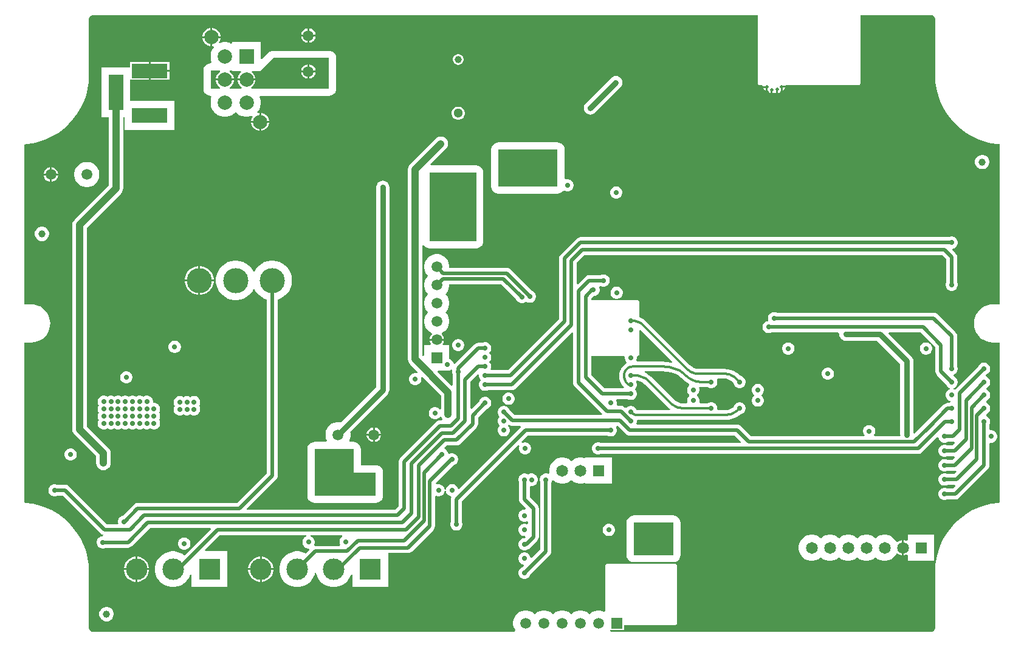
<source format=gbl>
G04*
G04 #@! TF.GenerationSoftware,Altium Limited,Altium Designer,24.5.2 (23)*
G04*
G04 Layer_Physical_Order=4*
G04 Layer_Color=16711680*
%FSLAX25Y25*%
%MOIN*%
G70*
G04*
G04 #@! TF.SameCoordinates,8FE26F7D-864F-485A-8D9F-B4AC665C6A70*
G04*
G04*
G04 #@! TF.FilePolarity,Positive*
G04*
G01*
G75*
%ADD23C,0.03937*%
%ADD24R,0.05906X0.05906*%
%ADD134C,0.01320*%
%ADD136C,0.01968*%
%ADD137C,0.03150*%
%ADD140C,0.03937*%
%ADD145C,0.06496*%
%ADD146R,0.06496X0.06496*%
%ADD147C,0.05906*%
%ADD148R,0.06496X0.06496*%
%ADD149R,0.05906X0.05906*%
%ADD150C,0.05118*%
%ADD151C,0.13780*%
%ADD152R,0.11811X0.11811*%
%ADD153C,0.11811*%
%ADD154R,0.19685X0.07874*%
%ADD155R,0.07874X0.19685*%
%ADD156C,0.07874*%
%ADD157R,0.07874X0.07874*%
%ADD158C,0.02756*%
%ADD159C,0.02000*%
G36*
X39370Y340312D02*
X404492D01*
Y303150D01*
X404570Y302759D01*
X404791Y302429D01*
X405122Y302208D01*
X405512Y302130D01*
X406957D01*
X407411Y301450D01*
X409391D01*
Y300950D01*
X409891D01*
Y298992D01*
X410050Y299058D01*
X410330Y298383D01*
X410893Y297820D01*
X411526Y297558D01*
Y299516D01*
X412526D01*
Y297558D01*
X413159Y297820D01*
X413567Y298229D01*
X413892Y297905D01*
X414525Y297642D01*
Y299600D01*
X415524D01*
Y297642D01*
X416157Y297905D01*
X416720Y298467D01*
X417025Y299202D01*
X417045Y299216D01*
X417090Y299197D01*
Y301155D01*
X417590D01*
Y301655D01*
X419659D01*
X419976Y302130D01*
X459646D01*
X460036Y302208D01*
X460367Y302429D01*
X460588Y302759D01*
X460665Y303150D01*
Y340312D01*
X499300D01*
X499315Y340312D01*
X500000Y340312D01*
X500657Y340207D01*
X500672Y340204D01*
X501241Y339824D01*
X501622Y339254D01*
X501625Y339239D01*
X501729Y338583D01*
X501741Y338523D01*
X501741Y337883D01*
X501743Y308057D01*
X501756Y307988D01*
X501736Y307571D01*
X501920Y303834D01*
X502469Y300132D01*
X503378Y296502D01*
X504638Y292979D01*
X506238Y289597D01*
X508162Y286387D01*
X510391Y283381D01*
X512904Y280609D01*
X515677Y278096D01*
X518682Y275867D01*
X521892Y273943D01*
X525275Y272343D01*
X528798Y271082D01*
X532428Y270173D01*
X536129Y269624D01*
X537162Y269573D01*
Y181735D01*
X533465D01*
X533465Y181735D01*
Y181735D01*
X533380Y181719D01*
X531827Y181596D01*
X530231Y181213D01*
X528713Y180585D01*
X527313Y179727D01*
X526064Y178660D01*
X524998Y177411D01*
X524140Y176011D01*
X523511Y174494D01*
X523128Y172897D01*
X522999Y171260D01*
X523128Y169623D01*
X523511Y168026D01*
X524140Y166509D01*
X524998Y165109D01*
X526064Y163860D01*
X527313Y162793D01*
X528713Y161935D01*
X530231Y161307D01*
X531827Y160923D01*
X533380Y160801D01*
X533465Y160784D01*
X537162D01*
Y72948D01*
X536130Y72897D01*
X532429Y72348D01*
X528798Y71439D01*
X525275Y70178D01*
X521892Y68578D01*
X518682Y66654D01*
X515676Y64425D01*
X512903Y61912D01*
X510390Y59139D01*
X508161Y56133D01*
X506237Y52923D01*
X504637Y49540D01*
X503376Y46016D01*
X502467Y42386D01*
X501918Y38685D01*
X501734Y34947D01*
X501755Y34530D01*
X501741Y34461D01*
Y3996D01*
X501729Y3937D01*
X501729D01*
X501625Y3280D01*
X501622Y3265D01*
X501241Y2696D01*
X500672Y2315D01*
X500066Y2195D01*
X500000Y2208D01*
X323928D01*
X323550Y2908D01*
X323569Y2937D01*
X331118D01*
Y5870D01*
X359252D01*
X359642Y5948D01*
X359973Y6169D01*
X360194Y6500D01*
X360272Y6890D01*
Y38386D01*
X360194Y38776D01*
X359973Y39107D01*
X359642Y39328D01*
X359252Y39405D01*
X321850D01*
X321460Y39328D01*
X321129Y39107D01*
X320908Y38776D01*
X320831Y38386D01*
Y13508D01*
X320131Y13119D01*
X319175Y13515D01*
X317844Y13780D01*
X316487D01*
X315156Y13515D01*
X313902Y12995D01*
X312773Y12241D01*
X312165Y11633D01*
X311557Y12241D01*
X310429Y12995D01*
X309175Y13515D01*
X307844Y13780D01*
X306487D01*
X305156Y13515D01*
X303902Y12995D01*
X302773Y12241D01*
X302165Y11633D01*
X301557Y12241D01*
X300429Y12995D01*
X299175Y13515D01*
X297844Y13780D01*
X296487D01*
X295156Y13515D01*
X293902Y12995D01*
X292773Y12241D01*
X292165Y11633D01*
X291557Y12241D01*
X290429Y12995D01*
X289175Y13515D01*
X287844Y13780D01*
X286487D01*
X285156Y13515D01*
X283902Y12995D01*
X282773Y12241D01*
X282165Y11633D01*
X281557Y12241D01*
X280429Y12995D01*
X279175Y13515D01*
X277844Y13780D01*
X276487D01*
X275156Y13515D01*
X273902Y12995D01*
X272773Y12241D01*
X271814Y11282D01*
X271060Y10153D01*
X270540Y8899D01*
X270276Y7568D01*
Y6211D01*
X270540Y4880D01*
X271060Y3626D01*
X271540Y2908D01*
X271166Y2208D01*
X39370D01*
X39304Y2195D01*
X38698Y2315D01*
X38129Y2696D01*
X37748Y3265D01*
X37745Y3280D01*
X37641Y3937D01*
X37641D01*
X37629Y3996D01*
Y34461D01*
X37615Y34530D01*
X37636Y34947D01*
X37452Y38685D01*
X36903Y42386D01*
X35994Y46016D01*
X34733Y49540D01*
X33133Y52923D01*
X31209Y56133D01*
X28980Y59139D01*
X26467Y61912D01*
X23694Y64425D01*
X20688Y66654D01*
X17478Y68578D01*
X14095Y70178D01*
X10572Y71439D01*
X6942Y72348D01*
X3240Y72897D01*
X2208Y72948D01*
Y160784D01*
X5906D01*
X5906Y160784D01*
Y160784D01*
X5990Y160801D01*
X7543Y160923D01*
X9139Y161307D01*
X10657Y161935D01*
X12057Y162793D01*
X13306Y163860D01*
X14372Y165109D01*
X15230Y166509D01*
X15859Y168026D01*
X16242Y169623D01*
X16371Y171260D01*
X16242Y172897D01*
X15859Y174494D01*
X15230Y176011D01*
X14372Y177411D01*
X13306Y178660D01*
X12057Y179727D01*
X10657Y180585D01*
X9139Y181213D01*
X7543Y181596D01*
X5990Y181719D01*
X5906Y181735D01*
X2196D01*
Y269571D01*
X3240Y269623D01*
X6942Y270172D01*
X10572Y271081D01*
X14095Y272342D01*
X17478Y273942D01*
X20688Y275866D01*
X23694Y278095D01*
X26467Y280608D01*
X28980Y283381D01*
X31209Y286387D01*
X33133Y289597D01*
X34733Y292980D01*
X35994Y296503D01*
X36903Y300133D01*
X37452Y303835D01*
X37636Y307573D01*
X37615Y307990D01*
X37629Y308059D01*
Y338523D01*
X37641Y338583D01*
X37641D01*
X37745Y339239D01*
X37748Y339254D01*
X38129Y339824D01*
X38698Y340205D01*
X39304Y340325D01*
X39370Y340312D01*
D02*
G37*
%LPC*%
G36*
X158501Y333177D02*
X158480D01*
Y329724D01*
X161933D01*
Y329745D01*
X161664Y330750D01*
X161143Y331651D01*
X160407Y332387D01*
X159506Y332908D01*
X158501Y333177D01*
D02*
G37*
G36*
X157480D02*
X157460D01*
X156455Y332908D01*
X155553Y332387D01*
X154817Y331651D01*
X154297Y330750D01*
X154028Y329745D01*
Y329724D01*
X157480D01*
Y333177D01*
D02*
G37*
G36*
X105374Y333283D02*
X105225D01*
Y328846D01*
X109661D01*
Y328996D01*
X109325Y330252D01*
X108675Y331378D01*
X107756Y332297D01*
X106630Y332947D01*
X105374Y333283D01*
D02*
G37*
G36*
X104225D02*
X104074D01*
X102819Y332947D01*
X101693Y332297D01*
X100774Y331378D01*
X100124Y330252D01*
X99787Y328996D01*
Y328846D01*
X104225D01*
Y333283D01*
D02*
G37*
G36*
X161933Y328724D02*
X158480D01*
Y325272D01*
X158501D01*
X159506Y325541D01*
X160407Y326061D01*
X161143Y326797D01*
X161664Y327699D01*
X161933Y328704D01*
Y328724D01*
D02*
G37*
G36*
X157480D02*
X154028D01*
Y328704D01*
X154297Y327699D01*
X154817Y326797D01*
X155553Y326061D01*
X156455Y325541D01*
X157460Y325272D01*
X157480D01*
Y328724D01*
D02*
G37*
G36*
X104225Y327846D02*
X99787D01*
Y327696D01*
X100124Y326441D01*
X100774Y325315D01*
X101693Y324396D01*
X102819Y323746D01*
X104074Y323409D01*
X104225D01*
Y327846D01*
D02*
G37*
G36*
X240548Y319091D02*
X239767D01*
X239012Y318888D01*
X238335Y318497D01*
X237782Y317945D01*
X237391Y317268D01*
X237189Y316513D01*
Y315731D01*
X237391Y314976D01*
X237782Y314299D01*
X238335Y313747D01*
X239012Y313356D01*
X239767Y313154D01*
X240548D01*
X241303Y313356D01*
X241980Y313747D01*
X242533Y314299D01*
X242924Y314976D01*
X243126Y315731D01*
Y316513D01*
X242924Y317268D01*
X242533Y317945D01*
X241980Y318497D01*
X241303Y318888D01*
X240548Y319091D01*
D02*
G37*
G36*
X81709Y314779D02*
X71366D01*
Y310343D01*
X81709D01*
Y314779D01*
D02*
G37*
G36*
Y309343D02*
X71366D01*
Y304906D01*
X81709D01*
Y309343D01*
D02*
G37*
G36*
X419548Y300655D02*
X418090D01*
Y299197D01*
X418723Y299459D01*
X419286Y300022D01*
X419548Y300655D01*
D02*
G37*
G36*
X408891Y300450D02*
X407433D01*
X407695Y299817D01*
X408258Y299254D01*
X408891Y298992D01*
Y300450D01*
D02*
G37*
G36*
X326611Y307038D02*
X325687Y306917D01*
X324825Y306560D01*
X324084Y305992D01*
X310090Y291997D01*
X309522Y291257D01*
X309165Y290395D01*
X309043Y289470D01*
X309165Y288545D01*
X309522Y287683D01*
X310090Y286943D01*
X310830Y286375D01*
X311692Y286018D01*
X312617Y285896D01*
X313542Y286018D01*
X314404Y286375D01*
X315144Y286943D01*
X329139Y300937D01*
X329707Y301678D01*
X330064Y302540D01*
X330185Y303465D01*
X330064Y304390D01*
X329707Y305252D01*
X329139Y305992D01*
X328398Y306560D01*
X327537Y306917D01*
X326611Y307038D01*
D02*
G37*
G36*
X240626Y290193D02*
X239689D01*
X238784Y289950D01*
X237972Y289482D01*
X237310Y288819D01*
X236841Y288008D01*
X236598Y287102D01*
Y286165D01*
X236841Y285260D01*
X237310Y284449D01*
X237972Y283786D01*
X238784Y283317D01*
X239689Y283075D01*
X240626D01*
X241531Y283317D01*
X242343Y283786D01*
X243005Y284449D01*
X243474Y285260D01*
X243717Y286165D01*
Y287102D01*
X243474Y288008D01*
X243005Y288819D01*
X242343Y289482D01*
X241531Y289950D01*
X240626Y290193D01*
D02*
G37*
G36*
X132146Y286827D02*
X131996D01*
Y282390D01*
X136433D01*
Y282540D01*
X136097Y283795D01*
X135447Y284921D01*
X134527Y285840D01*
X133402Y286490D01*
X132146Y286827D01*
D02*
G37*
G36*
X109661Y327846D02*
X105225D01*
Y323409D01*
X105374D01*
X105918Y323555D01*
X106280Y322927D01*
X106089Y322736D01*
X105227Y321446D01*
X104633Y320013D01*
X104331Y318492D01*
Y316941D01*
X104633Y315420D01*
X104976Y314592D01*
X104587Y314010D01*
X104331D01*
X103303Y313875D01*
X102345Y313478D01*
X101523Y312847D01*
X100892Y312025D01*
X100495Y311067D01*
X100360Y310039D01*
Y300197D01*
X100495Y299169D01*
X100892Y298211D01*
X101523Y297389D01*
X102345Y296758D01*
X103303Y296361D01*
X104331Y296226D01*
X104587D01*
X104976Y295644D01*
X104633Y294816D01*
X104331Y293295D01*
Y291744D01*
X104633Y290223D01*
X105227Y288790D01*
X106089Y287500D01*
X107185Y286403D01*
X108475Y285542D01*
X109908Y284948D01*
X111429Y284646D01*
X112980D01*
X114502Y284948D01*
X115935Y285542D01*
X117224Y286403D01*
X118110Y287290D01*
X118996Y286403D01*
X120286Y285542D01*
X121719Y284948D01*
X123240Y284646D01*
X124791D01*
X126312Y284948D01*
X126891Y285188D01*
X127379Y284632D01*
X126895Y283795D01*
X126559Y282540D01*
Y282390D01*
X130996D01*
Y286827D01*
X130846D01*
X130303Y286681D01*
X129940Y287309D01*
X130132Y287500D01*
X130994Y288790D01*
X131587Y290223D01*
X131890Y291744D01*
Y293295D01*
X131587Y294816D01*
X131245Y295644D01*
X131633Y296226D01*
X169291D01*
X170319Y296361D01*
X171277Y296758D01*
X172099Y297389D01*
X172730Y298211D01*
X173127Y299169D01*
X173262Y300197D01*
Y316929D01*
X173127Y317957D01*
X172730Y318915D01*
X172099Y319737D01*
X171277Y320368D01*
X170319Y320765D01*
X169291Y320900D01*
X138780D01*
X138779Y320900D01*
X137752Y320765D01*
X136794Y320368D01*
X135972Y319737D01*
X132536Y316302D01*
X131890Y316570D01*
Y325590D01*
X116142D01*
Y325366D01*
X115442Y324899D01*
X114502Y325288D01*
X112980Y325590D01*
X111429D01*
X109908Y325288D01*
X109329Y325048D01*
X108842Y325604D01*
X109325Y326441D01*
X109661Y327696D01*
Y327846D01*
D02*
G37*
G36*
X70366Y314779D02*
X60024D01*
Y311811D01*
X44488D01*
Y284252D01*
X48391D01*
Y246920D01*
X29672Y228202D01*
X29041Y227379D01*
X28645Y226421D01*
X28509Y225394D01*
Y113189D01*
X28645Y112161D01*
X29041Y111204D01*
X29672Y110381D01*
X41607Y98447D01*
Y94717D01*
X41742Y93690D01*
X42139Y92732D01*
X42770Y91910D01*
X43592Y91278D01*
X44550Y90882D01*
X45578Y90746D01*
X46606Y90882D01*
X47563Y91278D01*
X48386Y91910D01*
X49017Y92732D01*
X49413Y93690D01*
X49549Y94717D01*
Y100092D01*
X49413Y101119D01*
X49017Y102077D01*
X48386Y102899D01*
X36451Y114834D01*
Y223749D01*
X55170Y242468D01*
X55801Y243290D01*
X56198Y244248D01*
X56333Y245276D01*
Y284252D01*
X57087D01*
Y277559D01*
X84646D01*
Y293307D01*
X60236D01*
Y304906D01*
X70366D01*
Y309842D01*
Y314779D01*
D02*
G37*
G36*
X136433Y281390D02*
X131996D01*
Y276953D01*
X132146D01*
X133402Y277289D01*
X134527Y277939D01*
X135447Y278858D01*
X136097Y279984D01*
X136433Y281240D01*
Y281390D01*
D02*
G37*
G36*
X130996D02*
X126559D01*
Y281240D01*
X126895Y279984D01*
X127545Y278858D01*
X128465Y277939D01*
X129590Y277289D01*
X130846Y276953D01*
X130996D01*
Y281390D01*
D02*
G37*
G36*
X528077Y263779D02*
X527041D01*
X526039Y263511D01*
X525142Y262993D01*
X524409Y262260D01*
X523890Y261362D01*
X523622Y260361D01*
Y259324D01*
X523890Y258323D01*
X524409Y257425D01*
X525142Y256692D01*
X526039Y256174D01*
X527041Y255906D01*
X528077D01*
X529079Y256174D01*
X529976Y256692D01*
X530709Y257425D01*
X531228Y258323D01*
X531496Y259324D01*
Y260361D01*
X531228Y261362D01*
X530709Y262260D01*
X529976Y262993D01*
X529079Y263511D01*
X528077Y263779D01*
D02*
G37*
G36*
X17253Y256906D02*
X17232D01*
Y253453D01*
X20685D01*
Y253473D01*
X20416Y254479D01*
X19895Y255380D01*
X19159Y256116D01*
X18258Y256636D01*
X17253Y256906D01*
D02*
G37*
G36*
X16232D02*
X16212D01*
X15207Y256636D01*
X14305Y256116D01*
X13569Y255380D01*
X13049Y254479D01*
X12779Y253473D01*
Y253453D01*
X16232D01*
Y256906D01*
D02*
G37*
G36*
X20685Y252453D02*
X17232D01*
Y249000D01*
X17253D01*
X18258Y249269D01*
X19159Y249790D01*
X19895Y250526D01*
X20416Y251427D01*
X20685Y252432D01*
Y252453D01*
D02*
G37*
G36*
X16232D02*
X12779D01*
Y252432D01*
X13049Y251427D01*
X13569Y250526D01*
X14305Y249790D01*
X15207Y249269D01*
X16212Y249000D01*
X16232D01*
Y252453D01*
D02*
G37*
G36*
X37096Y259842D02*
X35739D01*
X34408Y259578D01*
X33154Y259058D01*
X32025Y258304D01*
X31066Y257345D01*
X30312Y256216D01*
X29792Y254962D01*
X29528Y253631D01*
Y252274D01*
X29792Y250943D01*
X30312Y249689D01*
X31066Y248561D01*
X32025Y247601D01*
X33154Y246847D01*
X34408Y246328D01*
X35739Y246063D01*
X37096D01*
X38427Y246328D01*
X39681Y246847D01*
X40809Y247601D01*
X41769Y248561D01*
X42523Y249689D01*
X43042Y250943D01*
X43307Y252274D01*
Y253631D01*
X43042Y254962D01*
X42523Y256216D01*
X41769Y257345D01*
X40809Y258304D01*
X39681Y259058D01*
X38427Y259578D01*
X37096Y259842D01*
D02*
G37*
G36*
X294617Y270703D02*
X262189D01*
X261161Y270568D01*
X260204Y270171D01*
X259381Y269540D01*
X258750Y268718D01*
X258353Y267760D01*
X258218Y266732D01*
Y246441D01*
X258353Y245413D01*
X258750Y244456D01*
X259381Y243633D01*
X260204Y243002D01*
X261161Y242605D01*
X262189Y242470D01*
X294617D01*
X295644Y242605D01*
X296602Y243002D01*
X297425Y243633D01*
X297626Y243896D01*
X298142Y244369D01*
X298905Y243929D01*
X299756Y243701D01*
X300637D01*
X301488Y243929D01*
X302252Y244369D01*
X302875Y244992D01*
X303315Y245756D01*
X303543Y246607D01*
Y247488D01*
X303315Y248339D01*
X302875Y249102D01*
X302252Y249725D01*
X301488Y250166D01*
X300637Y250394D01*
X299756D01*
X299288Y250268D01*
X298588Y250737D01*
Y266732D01*
X298452Y267760D01*
X298056Y268718D01*
X297425Y269540D01*
X296602Y270171D01*
X295644Y270568D01*
X294617Y270703D01*
D02*
G37*
G36*
X327289Y246501D02*
X326408D01*
X325557Y246273D01*
X324794Y245833D01*
X324171Y245210D01*
X323730Y244446D01*
X323502Y243595D01*
Y242714D01*
X323730Y241863D01*
X324171Y241100D01*
X324794Y240477D01*
X325557Y240036D01*
X326408Y239808D01*
X327289D01*
X328140Y240036D01*
X328903Y240477D01*
X329526Y241100D01*
X329967Y241863D01*
X330195Y242714D01*
Y243595D01*
X329967Y244446D01*
X329526Y245210D01*
X328903Y245833D01*
X328140Y246273D01*
X327289Y246501D01*
D02*
G37*
G36*
X12329Y224409D02*
X11293D01*
X10291Y224141D01*
X9394Y223623D01*
X8661Y222890D01*
X8142Y221992D01*
X7874Y220991D01*
Y219954D01*
X8142Y218953D01*
X8661Y218055D01*
X9394Y217322D01*
X10291Y216804D01*
X11293Y216535D01*
X12329D01*
X13331Y216804D01*
X14228Y217322D01*
X14961Y218055D01*
X15480Y218953D01*
X15748Y219954D01*
Y220991D01*
X15480Y221992D01*
X14961Y222890D01*
X14228Y223623D01*
X13331Y224141D01*
X12329Y224409D01*
D02*
G37*
G36*
X98887Y202772D02*
X98610D01*
Y195382D01*
X106000D01*
Y195659D01*
X105697Y197183D01*
X105102Y198619D01*
X104239Y199911D01*
X103140Y201010D01*
X101848Y201874D01*
X100412Y202468D01*
X98887Y202772D01*
D02*
G37*
G36*
X97610D02*
X97333D01*
X95809Y202468D01*
X94373Y201874D01*
X93081Y201010D01*
X91982Y199911D01*
X91118Y198619D01*
X90524Y197183D01*
X90220Y195659D01*
Y195382D01*
X97610D01*
Y202772D01*
D02*
G37*
G36*
X230650Y273867D02*
X229622Y273732D01*
X228664Y273335D01*
X227842Y272704D01*
X213727Y258590D01*
X213096Y257767D01*
X212700Y256809D01*
X212564Y255782D01*
Y151575D01*
X212700Y150547D01*
X213096Y149589D01*
X213727Y148767D01*
X217931Y144563D01*
X217569Y143936D01*
X216976Y144095D01*
X216095D01*
X215244Y143866D01*
X214481Y143426D01*
X213858Y142803D01*
X213417Y142040D01*
X213189Y141189D01*
Y140307D01*
X213417Y139456D01*
X213858Y138693D01*
X214481Y138070D01*
X215244Y137630D01*
X216095Y137402D01*
X216976D01*
X217827Y137630D01*
X218590Y138070D01*
X219213Y138693D01*
X219654Y139456D01*
X219882Y140307D01*
Y141189D01*
X219723Y141781D01*
X220351Y142144D01*
X230666Y131828D01*
Y124417D01*
X230279Y124222D01*
X229966Y124176D01*
X229417Y124725D01*
X228654Y125166D01*
X227803Y125394D01*
X226922D01*
X226070Y125166D01*
X225307Y124725D01*
X224684Y124102D01*
X224244Y123339D01*
X224016Y122488D01*
Y121607D01*
X224244Y120756D01*
X224684Y119992D01*
X225307Y119369D01*
X226070Y118929D01*
X226922Y118701D01*
X227803D01*
X228654Y118929D01*
X229417Y119369D01*
X230040Y119992D01*
X230126Y120142D01*
X230278Y120169D01*
X230887Y120059D01*
X231199Y119307D01*
X231560Y118836D01*
X231215Y118136D01*
X230315D01*
X229544Y118034D01*
X228826Y117737D01*
X228209Y117263D01*
X208524Y97578D01*
X208051Y96962D01*
X207753Y96243D01*
X207652Y95472D01*
Y71115D01*
X205459Y68923D01*
X124362D01*
X124094Y69570D01*
X140216Y85692D01*
X140690Y86309D01*
X140987Y87027D01*
X141088Y87798D01*
Y184466D01*
X142266Y184848D01*
X143785Y185622D01*
X145163Y186624D01*
X146368Y187829D01*
X147370Y189207D01*
X148144Y190726D01*
X148670Y192347D01*
X148937Y194030D01*
Y195734D01*
X148670Y197417D01*
X148144Y199038D01*
X147370Y200556D01*
X146368Y201935D01*
X145163Y203140D01*
X143785Y204142D01*
X142266Y204915D01*
X140646Y205442D01*
X138962Y205709D01*
X137258D01*
X135575Y205442D01*
X133954Y204915D01*
X132436Y204142D01*
X131057Y203140D01*
X129852Y201935D01*
X128850Y200556D01*
X128460Y199791D01*
X127760D01*
X127370Y200556D01*
X126368Y201935D01*
X125163Y203140D01*
X123785Y204142D01*
X122266Y204915D01*
X120645Y205442D01*
X118962Y205709D01*
X117258D01*
X115575Y205442D01*
X113954Y204915D01*
X112436Y204142D01*
X111057Y203140D01*
X109852Y201935D01*
X108850Y200556D01*
X108077Y199038D01*
X107550Y197417D01*
X107283Y195734D01*
Y194030D01*
X107550Y192347D01*
X108077Y190726D01*
X108850Y189207D01*
X109852Y187829D01*
X111057Y186624D01*
X112436Y185622D01*
X113954Y184848D01*
X115575Y184322D01*
X117258Y184055D01*
X118962D01*
X120645Y184322D01*
X122266Y184848D01*
X123785Y185622D01*
X125163Y186624D01*
X126368Y187829D01*
X127370Y189207D01*
X127760Y189973D01*
X128460D01*
X128850Y189207D01*
X129852Y187829D01*
X131057Y186624D01*
X132436Y185622D01*
X133954Y184848D01*
X135132Y184466D01*
Y89032D01*
X118845Y72745D01*
X64280D01*
X63509Y72643D01*
X62791Y72346D01*
X62174Y71872D01*
X56082Y65780D01*
X55653Y65666D01*
X54890Y65225D01*
X54267Y64602D01*
X53826Y63839D01*
X53598Y62988D01*
Y62107D01*
X53694Y61749D01*
X53170Y61049D01*
X47493D01*
X26712Y81830D01*
X26095Y82304D01*
X25377Y82601D01*
X24606Y82703D01*
X20235D01*
X19993Y82843D01*
X19141Y83071D01*
X18260D01*
X17409Y82843D01*
X16646Y82402D01*
X16023Y81779D01*
X15582Y81016D01*
X15354Y80165D01*
Y79284D01*
X15582Y78433D01*
X16023Y77670D01*
X16646Y77047D01*
X17409Y76606D01*
X18260Y76378D01*
X19141D01*
X19993Y76606D01*
X20235Y76746D01*
X23373D01*
X44154Y55965D01*
X44771Y55492D01*
X45338Y55257D01*
X45198Y54557D01*
X44864D01*
X44013Y54329D01*
X43250Y53888D01*
X42627Y53265D01*
X42186Y52502D01*
X41958Y51651D01*
Y50770D01*
X42186Y49919D01*
X42627Y49156D01*
X43250Y48533D01*
X44013Y48092D01*
X44864Y47864D01*
X45746D01*
X46597Y48092D01*
X46839Y48232D01*
X59084D01*
X59855Y48334D01*
X60574Y48631D01*
X61190Y49104D01*
X71115Y59030D01*
X104100D01*
X104368Y58383D01*
X89992Y44007D01*
X89936Y44063D01*
X88324Y45140D01*
X86532Y45882D01*
X84631Y46260D01*
X82692D01*
X80791Y45882D01*
X78999Y45140D01*
X77387Y44063D01*
X76016Y42692D01*
X74939Y41080D01*
X74197Y39288D01*
X73819Y37387D01*
Y35448D01*
X74197Y33546D01*
X74939Y31755D01*
X76016Y30143D01*
X77387Y28772D01*
X78999Y27695D01*
X80791Y26953D01*
X82692Y26575D01*
X84631D01*
X86532Y26953D01*
X88324Y27695D01*
X89936Y28772D01*
X91307Y30143D01*
X92384Y31755D01*
X93126Y33546D01*
X93819Y33443D01*
Y26575D01*
X113504D01*
Y46260D01*
X101583D01*
X101315Y46907D01*
X109501Y55093D01*
X156741D01*
X156834Y54393D01*
X156722Y54363D01*
X155959Y53922D01*
X155336Y53299D01*
X154895Y52536D01*
X154667Y51685D01*
Y50804D01*
X154895Y49953D01*
X155336Y49189D01*
X155959Y48566D01*
X156722Y48126D01*
X157573Y47898D01*
X158168D01*
X158461Y47201D01*
X156445Y45184D01*
X154761Y45882D01*
X152859Y46260D01*
X150920D01*
X149019Y45882D01*
X147228Y45140D01*
X145615Y44063D01*
X144245Y42692D01*
X143167Y41080D01*
X142426Y39288D01*
X142047Y37387D01*
Y35448D01*
X142426Y33546D01*
X143167Y31755D01*
X144245Y30143D01*
X145615Y28772D01*
X147228Y27695D01*
X149019Y26953D01*
X150920Y26575D01*
X152859D01*
X154761Y26953D01*
X156552Y27695D01*
X158164Y28772D01*
X159535Y30143D01*
X160612Y31755D01*
X161354Y33546D01*
X161533Y34446D01*
X162247D01*
X162425Y33546D01*
X163167Y31755D01*
X164245Y30143D01*
X165615Y28772D01*
X167228Y27695D01*
X169019Y26953D01*
X170920Y26575D01*
X172859D01*
X174761Y26953D01*
X176552Y27695D01*
X178164Y28772D01*
X179535Y30143D01*
X180612Y31755D01*
X181354Y33546D01*
X182047Y33443D01*
Y26575D01*
X201732D01*
Y45250D01*
X212598D01*
X213369Y45352D01*
X214088Y45649D01*
X214704Y46122D01*
X226486Y57904D01*
X226959Y58521D01*
X227256Y59239D01*
X227358Y60010D01*
Y76299D01*
X227964Y76649D01*
X228039Y76606D01*
X228890Y76378D01*
X229771D01*
X230622Y76606D01*
X231385Y77047D01*
X232009Y77670D01*
X232449Y78433D01*
X232677Y79284D01*
Y79388D01*
X233369Y79409D01*
X233597Y78557D01*
X234037Y77794D01*
X234660Y77171D01*
X235423Y76731D01*
X235971Y76584D01*
X236366Y75954D01*
X236391Y75803D01*
X236297Y75574D01*
X236195Y74803D01*
Y62558D01*
X236055Y62315D01*
X235827Y61464D01*
Y60583D01*
X236055Y59732D01*
X236495Y58969D01*
X237119Y58346D01*
X237882Y57905D01*
X238733Y57677D01*
X239614D01*
X240465Y57905D01*
X241228Y58346D01*
X241851Y58969D01*
X242292Y59732D01*
X242520Y60583D01*
Y61464D01*
X242292Y62315D01*
X242151Y62558D01*
Y73570D01*
X273238Y104656D01*
X273798Y104226D01*
X273693Y104044D01*
X273465Y103192D01*
Y102311D01*
X273693Y101460D01*
X274133Y100697D01*
X274756Y100074D01*
X275519Y99634D01*
X276370Y99405D01*
X277252D01*
X278103Y99634D01*
X278866Y100074D01*
X279489Y100697D01*
X279929Y101460D01*
X280157Y102311D01*
Y103192D01*
X279929Y104044D01*
X279489Y104807D01*
X278866Y105430D01*
X278103Y105870D01*
X277252Y106098D01*
X276370D01*
X275519Y105870D01*
X275337Y105765D01*
X274907Y106325D01*
X278281Y109699D01*
X322284D01*
X322527Y109559D01*
X323378Y109331D01*
X324259D01*
X325111Y109559D01*
X325874Y109999D01*
X326497Y110622D01*
X326937Y111386D01*
X327165Y112237D01*
Y113118D01*
X326937Y113969D01*
X326774Y114251D01*
X327113Y114908D01*
X327672Y114967D01*
X332048Y110591D01*
X332048Y110591D01*
X332664Y110118D01*
X333383Y109820D01*
X334154Y109719D01*
X334154Y109719D01*
X391975D01*
X395317Y106377D01*
X395049Y105730D01*
X318464D01*
X318221Y105870D01*
X317370Y106098D01*
X316489D01*
X315637Y105870D01*
X314874Y105430D01*
X314251Y104807D01*
X313811Y104044D01*
X313583Y103192D01*
Y102311D01*
X313811Y101460D01*
X314251Y100697D01*
X314874Y100074D01*
X315637Y99634D01*
X316489Y99405D01*
X317370D01*
X318221Y99634D01*
X318464Y99774D01*
X492516D01*
X493287Y99875D01*
X494005Y100173D01*
X494622Y100646D01*
X502907Y108931D01*
X503593Y108627D01*
X503771Y107960D01*
X504212Y107197D01*
X504835Y106574D01*
X505598Y106134D01*
X506449Y105905D01*
X507330D01*
X508181Y106134D01*
X508424Y106274D01*
X511379D01*
X512149Y106375D01*
X512264Y106423D01*
X512661Y105829D01*
X511188Y104356D01*
X508424D01*
X508181Y104496D01*
X507330Y104724D01*
X506449D01*
X505598Y104496D01*
X504835Y104056D01*
X504212Y103433D01*
X503771Y102670D01*
X503543Y101819D01*
Y100937D01*
X503771Y100086D01*
X504212Y99323D01*
X504835Y98700D01*
X505598Y98260D01*
X506449Y98032D01*
X507330D01*
X508181Y98260D01*
X508424Y98400D01*
X512194D01*
X512481Y97835D01*
X512494Y97711D01*
X511266Y96482D01*
X508424D01*
X508181Y96622D01*
X507330Y96850D01*
X506449D01*
X505598Y96622D01*
X504835Y96182D01*
X504212Y95559D01*
X503771Y94796D01*
X503543Y93945D01*
Y93063D01*
X503771Y92212D01*
X504212Y91449D01*
X504835Y90826D01*
X505598Y90386D01*
X506449Y90158D01*
X507330D01*
X508181Y90386D01*
X508424Y90526D01*
X512500D01*
X513209Y90619D01*
X513264Y90567D01*
X513416Y89836D01*
X512188Y88608D01*
X508424D01*
X508181Y88748D01*
X507330Y88976D01*
X506449D01*
X505598Y88748D01*
X504835Y88308D01*
X504212Y87685D01*
X503771Y86922D01*
X503543Y86071D01*
Y85189D01*
X503771Y84338D01*
X504212Y83575D01*
X504835Y82952D01*
X505598Y82512D01*
X506449Y82284D01*
X507330D01*
X508181Y82512D01*
X508424Y82652D01*
X512531D01*
X512821Y81952D01*
X511604Y80734D01*
X508424D01*
X508181Y80874D01*
X507330Y81102D01*
X506449D01*
X505598Y80874D01*
X504835Y80434D01*
X504212Y79811D01*
X503771Y79048D01*
X503543Y78197D01*
Y77315D01*
X503771Y76464D01*
X504212Y75701D01*
X504835Y75078D01*
X505598Y74638D01*
X506449Y74410D01*
X507330D01*
X508181Y74638D01*
X508424Y74778D01*
X512837D01*
X513608Y74879D01*
X514326Y75177D01*
X514943Y75650D01*
X530649Y91356D01*
X530649Y91356D01*
X531122Y91973D01*
X531420Y92691D01*
X531522Y93462D01*
Y105496D01*
X532056Y105905D01*
X532937D01*
X533788Y106134D01*
X534551Y106574D01*
X535174Y107197D01*
X535614Y107960D01*
X535843Y108811D01*
Y109693D01*
X535614Y110544D01*
X535174Y111307D01*
X534551Y111930D01*
X533788Y112370D01*
X532937Y112598D01*
X532056D01*
X531522Y113008D01*
Y115973D01*
X531662Y116216D01*
X531890Y117067D01*
Y117948D01*
X531662Y118799D01*
X531221Y119563D01*
X530598Y120186D01*
X529835Y120626D01*
X529749Y120649D01*
X529713Y120783D01*
X529835Y121527D01*
X530598Y121968D01*
X531221Y122591D01*
X531662Y123354D01*
X531890Y124205D01*
Y125086D01*
X531662Y125937D01*
X531221Y126700D01*
X530598Y127323D01*
X529835Y127764D01*
X529674Y128489D01*
X529835Y128854D01*
X530598Y129295D01*
X531221Y129918D01*
X531662Y130681D01*
X531890Y131532D01*
Y132413D01*
X531662Y133264D01*
X531221Y134027D01*
X530598Y134650D01*
X529835Y135091D01*
X529740Y135431D01*
X529835Y135901D01*
X530598Y136342D01*
X531221Y136965D01*
X531662Y137728D01*
X531890Y138579D01*
Y139460D01*
X531662Y140311D01*
X531221Y141075D01*
X530598Y141698D01*
X529835Y142138D01*
X529809Y142145D01*
X529545Y142883D01*
X529835Y143346D01*
X530598Y143787D01*
X531221Y144410D01*
X531662Y145173D01*
X531890Y146024D01*
Y146905D01*
X531662Y147756D01*
X531221Y148519D01*
X530598Y149142D01*
X529835Y149583D01*
X528984Y149811D01*
X528103D01*
X527252Y149583D01*
X526488Y149142D01*
X525866Y148519D01*
X525425Y147756D01*
X525352Y147485D01*
X513194Y135327D01*
X512738Y134733D01*
X512118Y135091D01*
X511958Y135134D01*
Y135858D01*
X512118Y135901D01*
X512882Y136342D01*
X513505Y136965D01*
X513945Y137728D01*
X514173Y138579D01*
Y139460D01*
X513945Y140311D01*
X513505Y141075D01*
X512882Y141698D01*
X512118Y142138D01*
X511829Y142601D01*
X512093Y143339D01*
X512118Y143346D01*
X512882Y143787D01*
X513505Y144410D01*
X513945Y145173D01*
X514173Y146024D01*
Y146905D01*
X513945Y147756D01*
X513805Y147999D01*
Y164370D01*
X513703Y165141D01*
X513406Y165859D01*
X512933Y166476D01*
X503090Y176319D01*
X502473Y176792D01*
X501755Y177089D01*
X500984Y177191D01*
X414920D01*
X414677Y177331D01*
X413826Y177559D01*
X412945D01*
X412094Y177331D01*
X411331Y176890D01*
X410708Y176267D01*
X410267Y175504D01*
X410039Y174653D01*
Y173772D01*
X410156Y173338D01*
X410023Y172770D01*
X409672Y172552D01*
X409141Y172410D01*
X408378Y171969D01*
X407755Y171346D01*
X407315Y170583D01*
X407087Y169732D01*
Y168851D01*
X407315Y168000D01*
X407755Y167237D01*
X408378Y166613D01*
X409141Y166173D01*
X409993Y165945D01*
X410874D01*
X411725Y166173D01*
X411968Y166313D01*
X448602D01*
X449216Y165613D01*
X449182Y165354D01*
X449304Y164429D01*
X449661Y163567D01*
X450229Y162827D01*
X450969Y162259D01*
X451831Y161902D01*
X452756Y161781D01*
X469976D01*
X482647Y149110D01*
Y110236D01*
X482681Y109977D01*
X482067Y109277D01*
X468347D01*
X468056Y109977D01*
X468229Y110150D01*
X468670Y110913D01*
X468898Y111764D01*
Y112645D01*
X468670Y113496D01*
X468229Y114260D01*
X467606Y114883D01*
X466843Y115323D01*
X465992Y115551D01*
X465111D01*
X464259Y115323D01*
X463496Y114883D01*
X462873Y114260D01*
X462433Y113496D01*
X462205Y112645D01*
Y111764D01*
X462433Y110913D01*
X462873Y110150D01*
X463046Y109977D01*
X462756Y109277D01*
X400840D01*
X395315Y114803D01*
X394698Y115276D01*
X393980Y115574D01*
X393209Y115675D01*
X338200D01*
X337850Y116281D01*
X337910Y116385D01*
X338138Y117237D01*
Y117746D01*
X338651Y118352D01*
X338784Y118412D01*
X386657D01*
Y118395D01*
X388639Y118551D01*
X390572Y119015D01*
X392408Y119776D01*
X394103Y120815D01*
X394776Y121390D01*
X394913D01*
X395764Y121618D01*
X396527Y122058D01*
X397150Y122681D01*
X397591Y123444D01*
X397819Y124296D01*
Y125177D01*
X397591Y126028D01*
X397150Y126791D01*
X396527Y127414D01*
X395764Y127855D01*
X394913Y128083D01*
X394032D01*
X393181Y127855D01*
X392418Y127414D01*
X391795Y126791D01*
X391354Y126028D01*
X391154Y125282D01*
X390744Y124946D01*
X389472Y124266D01*
X388092Y123847D01*
X386692Y123709D01*
X386657Y123714D01*
X382703D01*
X382277Y124269D01*
X382283Y124296D01*
Y125177D01*
X382055Y126028D01*
X381615Y126791D01*
X380992Y127414D01*
X380229Y127855D01*
X379378Y128083D01*
X378496D01*
X377645Y127855D01*
X376882Y127414D01*
X376856Y127387D01*
X372830D01*
X372331Y128087D01*
X372441Y128496D01*
Y129378D01*
X372213Y130229D01*
X371772Y130992D01*
X371313Y131451D01*
X371212Y131890D01*
X371313Y132328D01*
X371772Y132788D01*
X372213Y133551D01*
X372441Y134402D01*
Y135283D01*
X372273Y135911D01*
X372686Y136580D01*
X373835Y136490D01*
X373835Y136490D01*
X374535Y136514D01*
X376856D01*
X376882Y136487D01*
X377645Y136047D01*
X378496Y135819D01*
X379378D01*
X380229Y136047D01*
X380992Y136487D01*
X381615Y137111D01*
X382055Y137874D01*
X382283Y138725D01*
Y139606D01*
X382084Y140350D01*
X382416Y141050D01*
X385795D01*
X385830Y141054D01*
X387230Y140916D01*
X388610Y140498D01*
X389882Y139818D01*
X390970Y138925D01*
X390991Y138897D01*
X391126Y138762D01*
Y138725D01*
X391354Y137874D01*
X391795Y137111D01*
X392418Y136487D01*
X393181Y136047D01*
X394032Y135819D01*
X394913D01*
X395764Y136047D01*
X396527Y136487D01*
X397150Y137111D01*
X397591Y137874D01*
X397819Y138725D01*
Y139606D01*
X397591Y140457D01*
X397150Y141220D01*
X396527Y141843D01*
X395764Y142284D01*
X395344Y142396D01*
X394752Y142658D01*
X394752D01*
X393241Y143949D01*
X391546Y144988D01*
X389709Y145748D01*
X387776Y146212D01*
X385795Y146368D01*
Y146352D01*
X372252D01*
X372217Y146347D01*
X370817Y146485D01*
X369437Y146904D01*
X368165Y147584D01*
X367078Y148476D01*
X367056Y148504D01*
X343410Y172150D01*
X343418Y172158D01*
X342122Y173265D01*
X340669Y174155D01*
X339602Y174597D01*
Y183071D01*
X339525Y183461D01*
X339304Y183792D01*
X338973Y184013D01*
X338583Y184090D01*
X313019D01*
X313018Y184791D01*
X314507Y186280D01*
X314751D01*
X315602Y186508D01*
X316366Y186948D01*
X316989Y187572D01*
X317429Y188335D01*
X317657Y189186D01*
Y190067D01*
X317429Y190918D01*
X317340Y191072D01*
X317745Y191772D01*
X318576D01*
X318590Y191763D01*
X319441Y191535D01*
X320322D01*
X321174Y191763D01*
X321937Y192204D01*
X322560Y192827D01*
X323000Y193590D01*
X323228Y194441D01*
Y195323D01*
X323000Y196174D01*
X322560Y196937D01*
X321937Y197560D01*
X321174Y198000D01*
X320322Y198228D01*
X319441D01*
X318590Y198000D01*
X318119Y197728D01*
X311876D01*
X311876Y197728D01*
X311490Y197677D01*
X311105Y197627D01*
X310387Y197329D01*
X309770Y196856D01*
X305790Y192876D01*
X305144Y193144D01*
Y204475D01*
X309304Y208636D01*
X505656D01*
X507849Y206444D01*
Y194082D01*
X507708Y193839D01*
X507480Y192988D01*
Y192107D01*
X507708Y191256D01*
X508149Y190492D01*
X508772Y189869D01*
X509535Y189429D01*
X510386Y189201D01*
X511267D01*
X512118Y189429D01*
X512882Y189869D01*
X513505Y190492D01*
X513945Y191256D01*
X514173Y192107D01*
Y192988D01*
X513945Y193839D01*
X513805Y194082D01*
Y207677D01*
X513805Y207677D01*
X513703Y208448D01*
X513406Y209166D01*
X512933Y209783D01*
X511093Y211623D01*
X511414Y212291D01*
X512118Y212480D01*
X512882Y212921D01*
X513505Y213544D01*
X513945Y214307D01*
X514173Y215158D01*
Y216039D01*
X513945Y216890D01*
X513505Y217653D01*
X512882Y218276D01*
X512118Y218717D01*
X511267Y218945D01*
X510386D01*
X509535Y218717D01*
X509292Y218577D01*
X307134D01*
X306363Y218475D01*
X305645Y218178D01*
X305028Y217704D01*
X296406Y209082D01*
X295933Y208466D01*
X295635Y207747D01*
X295534Y206976D01*
Y173599D01*
X267590Y145655D01*
X258318D01*
X257968Y146262D01*
X258040Y146386D01*
X258268Y147237D01*
Y148118D01*
X258040Y148969D01*
X257599Y149732D01*
X257154Y150177D01*
X257599Y150622D01*
X258040Y151385D01*
X258268Y152237D01*
Y153118D01*
X258040Y153969D01*
X257599Y154732D01*
X257154Y155177D01*
X257599Y155622D01*
X258040Y156386D01*
X258268Y157237D01*
Y158118D01*
X258040Y158969D01*
X257599Y159732D01*
X256976Y160355D01*
X256213Y160796D01*
X255362Y161024D01*
X254481D01*
X253630Y160796D01*
X253387Y160655D01*
X251181D01*
X251181Y160655D01*
X250410Y160554D01*
X249692Y160256D01*
X249075Y159783D01*
X249075Y159783D01*
X238298Y149006D01*
X238041Y149027D01*
X237551Y149240D01*
X237370Y149914D01*
X236930Y150677D01*
X236307Y151300D01*
X235544Y151741D01*
X235236Y151823D01*
Y159291D01*
X231741D01*
X231473Y159938D01*
X231509Y159975D01*
X232030Y160876D01*
X232299Y161881D01*
Y161901D01*
X228346D01*
X224394D01*
Y161881D01*
X224663Y160876D01*
X225184Y159975D01*
X225220Y159938D01*
X224952Y159291D01*
X221457D01*
Y153687D01*
X220757Y153338D01*
X220506Y153527D01*
Y214005D01*
X221206Y214243D01*
X221602Y213727D01*
X222424Y213096D01*
X223382Y212700D01*
X224410Y212564D01*
X250000D01*
X251028Y212700D01*
X251986Y213096D01*
X252808Y213727D01*
X253439Y214550D01*
X253836Y215508D01*
X253971Y216535D01*
Y253937D01*
X253836Y254965D01*
X253439Y255923D01*
X252808Y256745D01*
X251986Y257376D01*
X251028Y257773D01*
X250000Y257908D01*
X225268D01*
X224977Y258608D01*
X233457Y267088D01*
X234088Y267910D01*
X234485Y268868D01*
X234621Y269896D01*
X234485Y270924D01*
X234088Y271881D01*
X233457Y272704D01*
X232635Y273335D01*
X231677Y273732D01*
X230650Y273867D01*
D02*
G37*
G36*
X106000Y194382D02*
X98610D01*
Y186992D01*
X98887D01*
X100412Y187295D01*
X101848Y187890D01*
X103140Y188753D01*
X104239Y189852D01*
X105102Y191145D01*
X105697Y192580D01*
X106000Y194105D01*
Y194382D01*
D02*
G37*
G36*
X97610D02*
X90220D01*
Y194105D01*
X90524Y192580D01*
X91118Y191145D01*
X91982Y189852D01*
X93081Y188753D01*
X94373Y187890D01*
X95809Y187295D01*
X97333Y186992D01*
X97610D01*
Y194382D01*
D02*
G37*
G36*
X327463Y191503D02*
X326582D01*
X325731Y191275D01*
X324968Y190834D01*
X324345Y190211D01*
X323904Y189448D01*
X323676Y188597D01*
Y187716D01*
X323904Y186864D01*
X324345Y186101D01*
X324968Y185478D01*
X325731Y185038D01*
X326582Y184810D01*
X327463D01*
X328314Y185038D01*
X329078Y185478D01*
X329700Y186101D01*
X330141Y186864D01*
X330369Y187716D01*
Y188597D01*
X330141Y189448D01*
X329700Y190211D01*
X329078Y190834D01*
X328314Y191275D01*
X327463Y191503D01*
D02*
G37*
G36*
X229025Y209291D02*
X227668D01*
X226337Y209027D01*
X225083Y208507D01*
X223955Y207753D01*
X222995Y206793D01*
X222241Y205665D01*
X221722Y204411D01*
X221457Y203080D01*
Y201723D01*
X221722Y200392D01*
X222241Y199138D01*
X222995Y198010D01*
X223603Y197402D01*
X222995Y196793D01*
X222241Y195665D01*
X221722Y194411D01*
X221457Y193080D01*
Y191723D01*
X221722Y190392D01*
X222241Y189138D01*
X222995Y188010D01*
X223603Y187402D01*
X222995Y186793D01*
X222241Y185665D01*
X221722Y184411D01*
X221457Y183080D01*
Y181723D01*
X221722Y180392D01*
X222241Y179138D01*
X222995Y178010D01*
X223603Y177402D01*
X222995Y176794D01*
X222241Y175665D01*
X221722Y174411D01*
X221457Y173080D01*
Y171723D01*
X221722Y170392D01*
X222241Y169138D01*
X222995Y168010D01*
X223955Y167050D01*
X225083Y166296D01*
X225539Y166107D01*
X225656Y165301D01*
X225184Y164829D01*
X224663Y163927D01*
X224394Y162922D01*
Y162901D01*
X228346D01*
X232299D01*
Y162922D01*
X232030Y163927D01*
X231509Y164829D01*
X231037Y165301D01*
X231154Y166107D01*
X231610Y166296D01*
X232738Y167050D01*
X233698Y168010D01*
X234452Y169138D01*
X234971Y170392D01*
X235236Y171723D01*
Y173080D01*
X234971Y174411D01*
X234452Y175665D01*
X233698Y176794D01*
X233090Y177402D01*
X233698Y178010D01*
X234452Y179138D01*
X234971Y180392D01*
X235236Y181723D01*
Y183080D01*
X234971Y184411D01*
X234452Y185665D01*
X233698Y186793D01*
X233090Y187402D01*
X233698Y188010D01*
X234452Y189138D01*
X234971Y190392D01*
X235236Y191723D01*
Y192888D01*
X263697D01*
X271895Y184690D01*
X271967Y184419D01*
X272408Y183656D01*
X273031Y183033D01*
X273794Y182592D01*
X274645Y182364D01*
X275526D01*
X276377Y182592D01*
X277140Y183033D01*
X277463Y183356D01*
X277473Y183346D01*
X278236Y182905D01*
X279087Y182677D01*
X279968D01*
X280819Y182905D01*
X281582Y183346D01*
X282205Y183969D01*
X282646Y184732D01*
X282874Y185583D01*
Y186464D01*
X282646Y187315D01*
X282205Y188078D01*
X281582Y188701D01*
X280819Y189142D01*
X280549Y189215D01*
X268838Y200925D01*
X268221Y201398D01*
X267503Y201696D01*
X266732Y201797D01*
X235236D01*
Y203080D01*
X234971Y204411D01*
X234452Y205665D01*
X233698Y206793D01*
X232738Y207753D01*
X231610Y208507D01*
X230356Y209027D01*
X229025Y209291D01*
D02*
G37*
G36*
X240598Y162795D02*
X239717D01*
X238866Y162567D01*
X238103Y162127D01*
X237480Y161504D01*
X237039Y160740D01*
X236811Y159889D01*
Y159008D01*
X237039Y158157D01*
X237480Y157394D01*
X238103Y156771D01*
X238866Y156330D01*
X239717Y156102D01*
X240598D01*
X241449Y156330D01*
X242212Y156771D01*
X242835Y157394D01*
X243276Y158157D01*
X243504Y159008D01*
Y159889D01*
X243276Y160740D01*
X242835Y161504D01*
X242212Y162127D01*
X241449Y162567D01*
X240598Y162795D01*
D02*
G37*
G36*
X85086Y161811D02*
X84205D01*
X83354Y161583D01*
X82591Y161142D01*
X81968Y160519D01*
X81527Y159756D01*
X81299Y158905D01*
Y158024D01*
X81527Y157173D01*
X81968Y156410D01*
X82591Y155787D01*
X83354Y155346D01*
X84205Y155118D01*
X85086D01*
X85937Y155346D01*
X86700Y155787D01*
X87323Y156410D01*
X87764Y157173D01*
X87992Y158024D01*
Y158905D01*
X87764Y159756D01*
X87323Y160519D01*
X86700Y161142D01*
X85937Y161583D01*
X85086Y161811D01*
D02*
G37*
G36*
X421645Y160904D02*
X420764D01*
X419913Y160676D01*
X419150Y160235D01*
X418527Y159612D01*
X418086Y158849D01*
X417858Y157998D01*
Y157117D01*
X418086Y156266D01*
X418527Y155503D01*
X419150Y154880D01*
X419913Y154439D01*
X420764Y154211D01*
X421645D01*
X422496Y154439D01*
X423259Y154880D01*
X423882Y155503D01*
X424323Y156266D01*
X424551Y157117D01*
Y157998D01*
X424323Y158849D01*
X423882Y159612D01*
X423259Y160235D01*
X422496Y160676D01*
X421645Y160904D01*
D02*
G37*
G36*
X443354Y147047D02*
X442473D01*
X441622Y146819D01*
X440859Y146379D01*
X440236Y145756D01*
X439795Y144992D01*
X439567Y144141D01*
Y143260D01*
X439795Y142409D01*
X440236Y141646D01*
X440859Y141023D01*
X441622Y140582D01*
X442473Y140354D01*
X443354D01*
X444205Y140582D01*
X444968Y141023D01*
X445591Y141646D01*
X446032Y142409D01*
X446260Y143260D01*
Y144141D01*
X446032Y144992D01*
X445591Y145756D01*
X444968Y146379D01*
X444205Y146819D01*
X443354Y147047D01*
D02*
G37*
G36*
X58511Y145079D02*
X57630D01*
X56779Y144851D01*
X56016Y144410D01*
X55393Y143787D01*
X54953Y143024D01*
X54724Y142173D01*
Y141292D01*
X54953Y140441D01*
X55393Y139678D01*
X56016Y139054D01*
X56779Y138614D01*
X57630Y138386D01*
X58511D01*
X59363Y138614D01*
X60126Y139054D01*
X60749Y139678D01*
X61189Y140441D01*
X61417Y141292D01*
Y142173D01*
X61189Y143024D01*
X60749Y143787D01*
X60126Y144410D01*
X59363Y144851D01*
X58511Y145079D01*
D02*
G37*
G36*
X69791Y131673D02*
X68910D01*
X68059Y131445D01*
X67382Y131054D01*
X66705Y131445D01*
X65854Y131673D01*
X64973D01*
X64122Y131445D01*
X63445Y131054D01*
X62768Y131445D01*
X61917Y131673D01*
X61036D01*
X60185Y131445D01*
X59508Y131054D01*
X58831Y131445D01*
X57980Y131673D01*
X57099D01*
X56248Y131445D01*
X55571Y131054D01*
X54894Y131445D01*
X54043Y131673D01*
X53162D01*
X52311Y131445D01*
X51634Y131054D01*
X50957Y131445D01*
X50106Y131673D01*
X49225D01*
X48374Y131445D01*
X47697Y131054D01*
X47020Y131445D01*
X46169Y131673D01*
X45288D01*
X44437Y131445D01*
X43674Y131005D01*
X43051Y130382D01*
X42610Y129619D01*
X42382Y128767D01*
Y127886D01*
X42610Y127035D01*
X43001Y126358D01*
X42610Y125681D01*
X42382Y124830D01*
Y123949D01*
X42610Y123098D01*
X43001Y122421D01*
X42610Y121744D01*
X42382Y120893D01*
Y120012D01*
X42610Y119161D01*
X43001Y118484D01*
X42610Y117807D01*
X42382Y116956D01*
Y116075D01*
X42610Y115224D01*
X43051Y114461D01*
X43674Y113838D01*
X44437Y113397D01*
X45288Y113169D01*
X46169D01*
X47020Y113397D01*
X47697Y113788D01*
X48374Y113397D01*
X49225Y113169D01*
X50106D01*
X50957Y113397D01*
X51634Y113788D01*
X52311Y113397D01*
X53162Y113169D01*
X54043D01*
X54894Y113397D01*
X55571Y113788D01*
X56248Y113397D01*
X57099Y113169D01*
X57980D01*
X58831Y113397D01*
X59508Y113788D01*
X60185Y113397D01*
X61036Y113169D01*
X61917D01*
X62768Y113397D01*
X63445Y113788D01*
X64122Y113397D01*
X64973Y113169D01*
X65854D01*
X66705Y113397D01*
X67382Y113788D01*
X68059Y113397D01*
X68910Y113169D01*
X69791D01*
X70642Y113397D01*
X71319Y113788D01*
X71996Y113397D01*
X72847Y113169D01*
X73728D01*
X74579Y113397D01*
X75342Y113838D01*
X75965Y114461D01*
X76406Y115224D01*
X76634Y116075D01*
Y116956D01*
X76406Y117807D01*
X76015Y118484D01*
X76406Y119161D01*
X76634Y120012D01*
Y120893D01*
X76406Y121744D01*
X76015Y122421D01*
X76406Y123098D01*
X76634Y123949D01*
Y124830D01*
X76406Y125681D01*
X75965Y126444D01*
X75342Y127068D01*
X74579Y127508D01*
X73728Y127736D01*
X73369D01*
X72820Y127859D01*
X72697Y128408D01*
Y128767D01*
X72469Y129619D01*
X72028Y130382D01*
X71405Y131005D01*
X70642Y131445D01*
X69791Y131673D01*
D02*
G37*
G36*
X95708Y131480D02*
X94827D01*
X93976Y131252D01*
X93299Y130861D01*
X92622Y131252D01*
X91771Y131480D01*
X90890D01*
X90039Y131252D01*
X89362Y130861D01*
X88685Y131252D01*
X87834Y131480D01*
X86953D01*
X86102Y131252D01*
X85339Y130812D01*
X84716Y130189D01*
X84275Y129426D01*
X84047Y128574D01*
Y127693D01*
X84275Y126842D01*
X84666Y126165D01*
X84275Y125488D01*
X84047Y124637D01*
Y123756D01*
X84275Y122905D01*
X84716Y122142D01*
X85339Y121519D01*
X86102Y121078D01*
X86953Y120850D01*
X87834D01*
X88685Y121078D01*
X89362Y121469D01*
X90039Y121078D01*
X90890Y120850D01*
X91771D01*
X92622Y121078D01*
X93300Y121470D01*
X93976Y121079D01*
X94827Y120851D01*
X95708D01*
X96559Y121079D01*
X97322Y121520D01*
X97945Y122143D01*
X98386Y122906D01*
X98614Y123757D01*
Y124638D01*
X98386Y125489D01*
X97996Y126166D01*
X98386Y126842D01*
X98614Y127693D01*
Y128574D01*
X98386Y129426D01*
X97945Y130189D01*
X97322Y130812D01*
X96559Y131252D01*
X95708Y131480D01*
D02*
G37*
G36*
X404968Y138189D02*
X404087D01*
X403236Y137961D01*
X402473Y137520D01*
X401850Y136897D01*
X401409Y136134D01*
X401181Y135283D01*
Y134402D01*
X401409Y133551D01*
X401850Y132788D01*
X402309Y132328D01*
X402410Y131890D01*
X402309Y131451D01*
X401850Y130992D01*
X401409Y130229D01*
X401181Y129378D01*
Y128496D01*
X401409Y127645D01*
X401850Y126882D01*
X402473Y126259D01*
X403236Y125819D01*
X404087Y125591D01*
X404968D01*
X405819Y125819D01*
X406582Y126259D01*
X407205Y126882D01*
X407646Y127645D01*
X407874Y128496D01*
Y129378D01*
X407646Y130229D01*
X407205Y130992D01*
X406746Y131451D01*
X406645Y131890D01*
X406746Y132328D01*
X407205Y132788D01*
X407646Y133551D01*
X407874Y134402D01*
Y135283D01*
X407646Y136134D01*
X407205Y136897D01*
X406582Y137520D01*
X405819Y137961D01*
X404968Y138189D01*
D02*
G37*
G36*
X198819Y249637D02*
X197894Y249515D01*
X197032Y249158D01*
X196292Y248590D01*
X195724Y247850D01*
X195367Y246988D01*
X195245Y246063D01*
Y215551D01*
Y136323D01*
X175856Y116934D01*
X174891Y117126D01*
X173534D01*
X172203Y116861D01*
X170949Y116342D01*
X169821Y115588D01*
X168861Y114628D01*
X168107Y113500D01*
X167588Y112246D01*
X167323Y110915D01*
Y109558D01*
X167588Y108227D01*
X168082Y107033D01*
X167913Y106559D01*
X167792Y106333D01*
X161417D01*
X160390Y106198D01*
X159432Y105801D01*
X158609Y105170D01*
X157978Y104348D01*
X157582Y103390D01*
X157446Y102362D01*
Y76772D01*
X157582Y75744D01*
X157978Y74786D01*
X158609Y73964D01*
X159432Y73333D01*
X160390Y72936D01*
X161417Y72801D01*
X194882D01*
X195910Y72936D01*
X196867Y73333D01*
X197690Y73964D01*
X198321Y74786D01*
X198718Y75744D01*
X198853Y76772D01*
Y89567D01*
X198718Y90595D01*
X198321Y91552D01*
X197690Y92375D01*
X196867Y93006D01*
X195910Y93403D01*
X194882Y93538D01*
X186664D01*
Y102362D01*
X186529Y103390D01*
X186132Y104348D01*
X185501Y105170D01*
X184678Y105801D01*
X183721Y106198D01*
X182693Y106333D01*
X180633D01*
X180513Y106559D01*
X180343Y107033D01*
X180838Y108227D01*
X181102Y109558D01*
Y110915D01*
X180910Y111880D01*
X201346Y132315D01*
X201914Y133056D01*
X202271Y133917D01*
X202393Y134843D01*
Y215551D01*
Y246063D01*
X202271Y246988D01*
X201914Y247850D01*
X201346Y248590D01*
X200606Y249158D01*
X199744Y249515D01*
X198819Y249637D01*
D02*
G37*
G36*
X194418Y114189D02*
X194398D01*
Y110736D01*
X197850D01*
Y110757D01*
X197581Y111762D01*
X197061Y112663D01*
X196325Y113399D01*
X195423Y113920D01*
X194418Y114189D01*
D02*
G37*
G36*
X193398D02*
X193377D01*
X192372Y113920D01*
X191471Y113399D01*
X190735Y112663D01*
X190214Y111762D01*
X189945Y110757D01*
Y110736D01*
X193398D01*
Y114189D01*
D02*
G37*
G36*
X197850Y109736D02*
X194398D01*
Y106283D01*
X194418D01*
X195423Y106553D01*
X196325Y107073D01*
X197061Y107809D01*
X197581Y108711D01*
X197850Y109716D01*
Y109736D01*
D02*
G37*
G36*
X193398D02*
X189945D01*
Y109716D01*
X190214Y108711D01*
X190735Y107809D01*
X191471Y107073D01*
X192372Y106553D01*
X193377Y106283D01*
X193398D01*
Y109736D01*
D02*
G37*
G36*
X310059Y97736D02*
X309529Y97382D01*
X309340Y97460D01*
X307952Y97736D01*
X306536D01*
X305148Y97460D01*
X303841Y96918D01*
X302664Y96132D01*
X302244Y95712D01*
X301824Y96132D01*
X300647Y96918D01*
X299340Y97460D01*
X297952Y97736D01*
X296536D01*
X295148Y97460D01*
X293841Y96918D01*
X292664Y96132D01*
X291663Y95131D01*
X290877Y93955D01*
X290335Y92647D01*
X290059Y91259D01*
Y89843D01*
X290205Y89109D01*
X289581Y88661D01*
X289551Y88678D01*
X288700Y88906D01*
X287818D01*
X286967Y88678D01*
X286204Y88238D01*
X285581Y87615D01*
X285140Y86851D01*
X284912Y86000D01*
Y85119D01*
X285140Y84268D01*
X285281Y84025D01*
Y47423D01*
X280431Y42573D01*
X279745Y42878D01*
X279566Y43544D01*
X279126Y44308D01*
X278503Y44930D01*
X277740Y45371D01*
X276888Y45599D01*
X276007D01*
X275156Y45371D01*
X274393Y44930D01*
X273770Y44308D01*
X273329Y43544D01*
X273101Y42693D01*
Y41812D01*
X273329Y40961D01*
X273770Y40198D01*
X274393Y39575D01*
X275156Y39134D01*
X275823Y38956D01*
X276127Y38270D01*
X275427Y37570D01*
X275156Y37497D01*
X274393Y37056D01*
X273770Y36433D01*
X273329Y35670D01*
X273101Y34819D01*
Y33938D01*
X273329Y33087D01*
X273770Y32324D01*
X274393Y31701D01*
X275156Y31260D01*
X276007Y31032D01*
X276888D01*
X277740Y31260D01*
X278503Y31701D01*
X279126Y32324D01*
X279566Y33087D01*
X279639Y33358D01*
X290365Y44084D01*
X290365Y44084D01*
X290838Y44701D01*
X291136Y45419D01*
X291237Y46190D01*
Y84025D01*
X291377Y84268D01*
X291588Y85056D01*
X291804Y85179D01*
X292305Y85329D01*
X292664Y84970D01*
X293841Y84184D01*
X295148Y83642D01*
X296536Y83366D01*
X297952D01*
X299340Y83642D01*
X300647Y84184D01*
X301824Y84970D01*
X302244Y85390D01*
X302664Y84970D01*
X303841Y84184D01*
X305148Y83642D01*
X306536Y83366D01*
X307952D01*
X309340Y83642D01*
X309529Y83720D01*
X310059Y83366D01*
Y83366D01*
X324429D01*
Y97736D01*
X310059D01*
Y97736D01*
D02*
G37*
G36*
X28000Y102756D02*
X27119D01*
X26267Y102528D01*
X25504Y102087D01*
X24881Y101464D01*
X24441Y100701D01*
X24213Y99850D01*
Y98969D01*
X24441Y98118D01*
X24881Y97355D01*
X25504Y96732D01*
X26267Y96291D01*
X27119Y96063D01*
X28000D01*
X28851Y96291D01*
X29614Y96732D01*
X30237Y97355D01*
X30678Y98118D01*
X30906Y98969D01*
Y99850D01*
X30678Y100701D01*
X30237Y101464D01*
X29614Y102087D01*
X28851Y102528D01*
X28000Y102756D01*
D02*
G37*
G36*
X280825Y88906D02*
X279944D01*
X279093Y88678D01*
X278416Y88287D01*
X277740Y88678D01*
X276888Y88906D01*
X276007D01*
X275156Y88678D01*
X274393Y88238D01*
X273770Y87615D01*
X273329Y86851D01*
X273101Y86000D01*
Y85119D01*
X273329Y84268D01*
X273470Y84025D01*
Y74733D01*
X273571Y73962D01*
X273869Y73244D01*
X274342Y72627D01*
X277073Y69897D01*
X276975Y69537D01*
X276758Y69221D01*
X276007D01*
X275156Y68993D01*
X274393Y68553D01*
X273770Y67930D01*
X273329Y67166D01*
X273101Y66315D01*
Y65434D01*
X273329Y64583D01*
X273770Y63820D01*
X274393Y63197D01*
X275156Y62756D01*
X276007Y62528D01*
X276888D01*
X277691Y62743D01*
X277820Y62744D01*
X278391Y62357D01*
Y61519D01*
X277820Y61131D01*
X277691Y61132D01*
X276888Y61347D01*
X276007D01*
X275156Y61119D01*
X274393Y60678D01*
X273770Y60056D01*
X273329Y59292D01*
X273101Y58441D01*
Y57560D01*
X273329Y56709D01*
X273770Y55946D01*
X274393Y55323D01*
X275156Y54882D01*
X276007Y54654D01*
X276758D01*
X276975Y54338D01*
X277073Y53979D01*
X276567Y53473D01*
X276007D01*
X275156Y53245D01*
X274393Y52804D01*
X273770Y52182D01*
X273329Y51418D01*
X273101Y50567D01*
Y49686D01*
X273329Y48835D01*
X273770Y48072D01*
X274393Y47449D01*
X275156Y47008D01*
X276007Y46780D01*
X276888D01*
X277740Y47008D01*
X278145Y47242D01*
X278203Y47250D01*
X278921Y47548D01*
X279538Y48021D01*
X283475Y51958D01*
X283475Y51958D01*
X283948Y52575D01*
X284246Y53293D01*
X284347Y54064D01*
Y69812D01*
X284347Y69812D01*
X284246Y70583D01*
X283948Y71301D01*
X283475Y71918D01*
X279426Y75967D01*
Y81816D01*
X279944Y82213D01*
X280825D01*
X281677Y82441D01*
X282440Y82882D01*
X283063Y83505D01*
X283503Y84268D01*
X283731Y85119D01*
Y86000D01*
X283503Y86851D01*
X283063Y87615D01*
X282440Y88238D01*
X281677Y88678D01*
X280825Y88906D01*
D02*
G37*
G36*
X323148Y61347D02*
X322267D01*
X321416Y61119D01*
X320653Y60678D01*
X320030Y60056D01*
X319589Y59292D01*
X319361Y58441D01*
Y57560D01*
X319589Y56709D01*
X320030Y55946D01*
X320653Y55323D01*
X321416Y54882D01*
X322267Y54654D01*
X323148D01*
X323999Y54882D01*
X324763Y55323D01*
X325386Y55946D01*
X325826Y56709D01*
X326054Y57560D01*
Y58441D01*
X325826Y59292D01*
X325386Y60056D01*
X324763Y60678D01*
X323999Y61119D01*
X323148Y61347D01*
D02*
G37*
G36*
X474763Y55413D02*
X473348D01*
X471959Y55137D01*
X470652Y54596D01*
X469475Y53809D01*
X469055Y53390D01*
X468635Y53809D01*
X467458Y54596D01*
X466151Y55137D01*
X464763Y55413D01*
X463347D01*
X461959Y55137D01*
X460652Y54596D01*
X459475Y53809D01*
X459055Y53390D01*
X458635Y53809D01*
X457458Y54596D01*
X456151Y55137D01*
X454763Y55413D01*
X453347D01*
X451959Y55137D01*
X450652Y54596D01*
X449475Y53809D01*
X449055Y53390D01*
X448635Y53809D01*
X447459Y54596D01*
X446151Y55137D01*
X444763Y55413D01*
X443348D01*
X441959Y55137D01*
X440652Y54596D01*
X439475Y53809D01*
X439055Y53390D01*
X438635Y53809D01*
X437459Y54596D01*
X436151Y55137D01*
X434763Y55413D01*
X433348D01*
X431959Y55137D01*
X430652Y54596D01*
X429475Y53809D01*
X428474Y52809D01*
X427688Y51632D01*
X427146Y50324D01*
X426870Y48936D01*
Y47521D01*
X427146Y46132D01*
X427688Y44825D01*
X428474Y43648D01*
X429475Y42647D01*
X430652Y41861D01*
X431959Y41319D01*
X433348Y41043D01*
X434763D01*
X436151Y41319D01*
X437459Y41861D01*
X438635Y42647D01*
X439055Y43067D01*
X439475Y42647D01*
X440652Y41861D01*
X441959Y41319D01*
X443348Y41043D01*
X444763D01*
X446151Y41319D01*
X447459Y41861D01*
X448635Y42647D01*
X449055Y43067D01*
X449475Y42647D01*
X450652Y41861D01*
X451959Y41319D01*
X453347Y41043D01*
X454763D01*
X456151Y41319D01*
X457458Y41861D01*
X458635Y42647D01*
X459055Y43067D01*
X459475Y42647D01*
X460652Y41861D01*
X461959Y41319D01*
X463347Y41043D01*
X464763D01*
X466151Y41319D01*
X467458Y41861D01*
X468635Y42647D01*
X469055Y43067D01*
X469475Y42647D01*
X470652Y41861D01*
X471959Y41319D01*
X473348Y41043D01*
X474763D01*
X476151Y41319D01*
X477458Y41861D01*
X478635Y42647D01*
X479636Y43648D01*
X480422Y44825D01*
X480483Y44970D01*
X481169Y45107D01*
X481447Y44829D01*
X482415Y44270D01*
X483496Y43980D01*
X483555D01*
Y48228D01*
Y52476D01*
X483496D01*
X482415Y52187D01*
X481447Y51628D01*
X481169Y51350D01*
X480483Y51486D01*
X480422Y51632D01*
X479636Y52809D01*
X478635Y53809D01*
X477458Y54596D01*
X476151Y55137D01*
X474763Y55413D01*
D02*
G37*
G36*
X501240D02*
X486870D01*
Y52317D01*
X486170Y51912D01*
X485695Y52187D01*
X484614Y52476D01*
X484555D01*
Y48228D01*
Y43980D01*
X484614D01*
X485695Y44270D01*
X486170Y44544D01*
X486870Y44140D01*
Y41043D01*
X501240D01*
Y55413D01*
D02*
G37*
G36*
X90333Y53868D02*
X89451D01*
X88600Y53640D01*
X87837Y53200D01*
X87214Y52577D01*
X86774Y51814D01*
X86546Y50963D01*
Y50081D01*
X86774Y49230D01*
X87214Y48467D01*
X87837Y47844D01*
X88600Y47403D01*
X89451Y47175D01*
X90333D01*
X91184Y47403D01*
X91947Y47844D01*
X92570Y48467D01*
X93010Y49230D01*
X93239Y50081D01*
Y50963D01*
X93010Y51814D01*
X92570Y52577D01*
X91947Y53200D01*
X91184Y53640D01*
X90333Y53868D01*
D02*
G37*
G36*
X358141Y65909D02*
X336487D01*
X335459Y65773D01*
X334502Y65377D01*
X333679Y64746D01*
X333048Y63923D01*
X332652Y62966D01*
X332516Y61938D01*
Y44221D01*
X332652Y43193D01*
X333048Y42236D01*
X333679Y41413D01*
X334502Y40782D01*
X335459Y40385D01*
X336487Y40250D01*
X358141D01*
X359169Y40385D01*
X360126Y40782D01*
X360949Y41413D01*
X361580Y42236D01*
X361977Y43193D01*
X362112Y44221D01*
Y61938D01*
X361977Y62966D01*
X361580Y63923D01*
X360949Y64746D01*
X360126Y65377D01*
X359169Y65773D01*
X358141Y65909D01*
D02*
G37*
G36*
X64341Y43323D02*
X64161D01*
Y36917D01*
X70567D01*
Y37097D01*
X70302Y38432D01*
X69781Y39688D01*
X69025Y40819D01*
X68063Y41781D01*
X66932Y42537D01*
X65676Y43058D01*
X64341Y43323D01*
D02*
G37*
G36*
X132570D02*
X132390D01*
Y36917D01*
X138795D01*
Y37097D01*
X138530Y38432D01*
X138009Y39688D01*
X137254Y40819D01*
X136292Y41781D01*
X135161Y42537D01*
X133904Y43058D01*
X132570Y43323D01*
D02*
G37*
G36*
X131390D02*
X131210D01*
X129876Y43058D01*
X128619Y42537D01*
X127488Y41781D01*
X126526Y40819D01*
X125770Y39688D01*
X125250Y38432D01*
X124984Y37097D01*
Y36917D01*
X131390D01*
Y43323D01*
D02*
G37*
G36*
X63161D02*
X62981D01*
X61647Y43058D01*
X60390Y42537D01*
X59259Y41781D01*
X58298Y40819D01*
X57542Y39688D01*
X57021Y38432D01*
X56756Y37097D01*
Y36917D01*
X63161D01*
Y43323D01*
D02*
G37*
G36*
X138795Y35917D02*
X132390D01*
Y29512D01*
X132570D01*
X133904Y29777D01*
X135161Y30298D01*
X136292Y31054D01*
X137254Y32015D01*
X138009Y33146D01*
X138530Y34403D01*
X138795Y35737D01*
Y35917D01*
D02*
G37*
G36*
X131390D02*
X124984D01*
Y35737D01*
X125250Y34403D01*
X125770Y33146D01*
X126526Y32015D01*
X127488Y31054D01*
X128619Y30298D01*
X129876Y29777D01*
X131210Y29512D01*
X131390D01*
Y35917D01*
D02*
G37*
G36*
X70567D02*
X64161D01*
Y29512D01*
X64341D01*
X65676Y29777D01*
X66932Y30298D01*
X68063Y31054D01*
X69025Y32015D01*
X69781Y33146D01*
X70302Y34403D01*
X70567Y35737D01*
Y35917D01*
D02*
G37*
G36*
X63161D02*
X56756D01*
Y35737D01*
X57021Y34403D01*
X57542Y33146D01*
X58298Y32015D01*
X59259Y31054D01*
X60390Y30298D01*
X61647Y29777D01*
X62981Y29512D01*
X63161D01*
Y35917D01*
D02*
G37*
G36*
X47762Y15748D02*
X46726D01*
X45724Y15480D01*
X44827Y14961D01*
X44094Y14228D01*
X43575Y13331D01*
X43307Y12329D01*
Y11293D01*
X43575Y10291D01*
X44094Y9394D01*
X44827Y8661D01*
X45724Y8142D01*
X46726Y7874D01*
X47762D01*
X48764Y8142D01*
X49661Y8661D01*
X50394Y9394D01*
X50913Y10291D01*
X51181Y11293D01*
Y12329D01*
X50913Y13331D01*
X50394Y14228D01*
X49661Y14961D01*
X48764Y15480D01*
X47762Y15748D01*
D02*
G37*
%LPD*%
G36*
X169291Y300197D02*
X126766D01*
X126578Y300897D01*
X127047Y301167D01*
X127966Y302087D01*
X128616Y303212D01*
X128953Y304468D01*
Y304618D01*
X124016D01*
X119079D01*
Y304468D01*
X119415Y303212D01*
X120065Y302087D01*
X120984Y301167D01*
X121453Y300897D01*
X121266Y300197D01*
X114955D01*
X114767Y300897D01*
X115236Y301167D01*
X116155Y302087D01*
X116805Y303212D01*
X117142Y304468D01*
Y304618D01*
X112205D01*
X107268D01*
Y304468D01*
X107604Y303212D01*
X108254Y302087D01*
X109173Y301167D01*
X109642Y300897D01*
X109455Y300197D01*
X104331D01*
Y310039D01*
X109455D01*
X109642Y309339D01*
X109173Y309069D01*
X108254Y308150D01*
X107604Y307024D01*
X107268Y305768D01*
Y305618D01*
X112205D01*
X117142D01*
Y305768D01*
X116805Y307024D01*
X116155Y308150D01*
X115236Y309069D01*
X114767Y309339D01*
X114955Y310039D01*
X116142D01*
Y309842D01*
X120925D01*
X121112Y309142D01*
X120984Y309069D01*
X120065Y308150D01*
X119415Y307024D01*
X119079Y305768D01*
Y305618D01*
X124016D01*
X128953D01*
Y305768D01*
X128616Y307024D01*
X127966Y308150D01*
X127047Y309069D01*
X126919Y309142D01*
X127107Y309842D01*
X131890D01*
Y310039D01*
X138779Y316929D01*
X169291D01*
Y300197D01*
D02*
G37*
%LPC*%
G36*
X158501Y313492D02*
X158480D01*
Y310039D01*
X161933D01*
Y310060D01*
X161664Y311065D01*
X161143Y311966D01*
X160407Y312702D01*
X159506Y313223D01*
X158501Y313492D01*
D02*
G37*
G36*
X157480D02*
X157460D01*
X156455Y313223D01*
X155553Y312702D01*
X154817Y311966D01*
X154297Y311065D01*
X154028Y310060D01*
Y310039D01*
X157480D01*
Y313492D01*
D02*
G37*
G36*
X161933Y309039D02*
X158480D01*
Y305587D01*
X158501D01*
X159506Y305856D01*
X160407Y306376D01*
X161143Y307112D01*
X161664Y308014D01*
X161933Y309019D01*
Y309039D01*
D02*
G37*
G36*
X157480D02*
X154028D01*
Y309019D01*
X154297Y308014D01*
X154817Y307112D01*
X155553Y306376D01*
X156455Y305856D01*
X157460Y305587D01*
X157480D01*
Y309039D01*
D02*
G37*
%LPD*%
G36*
X294617Y246441D02*
X262189D01*
Y266732D01*
X294617D01*
Y246441D01*
D02*
G37*
G36*
X250000Y216535D02*
X224410D01*
Y253937D01*
X250000D01*
Y216535D01*
D02*
G37*
G36*
X357629Y150433D02*
X357436Y149715D01*
X357392Y149679D01*
X354641Y150147D01*
X351803Y150306D01*
Y150289D01*
X338153D01*
X337749Y150989D01*
X337910Y151267D01*
X338138Y152119D01*
Y153000D01*
X338188Y153065D01*
X338719Y153535D01*
X338973Y153586D01*
X339304Y153807D01*
X339525Y154137D01*
X339602Y154528D01*
Y167470D01*
X340302Y167759D01*
X357629Y150433D01*
D02*
G37*
G36*
X236310Y145942D02*
X236933Y145580D01*
X236811Y145126D01*
Y144245D01*
X237039Y143393D01*
X237179Y143151D01*
Y137461D01*
X236532Y137194D01*
X228861Y144865D01*
X229129Y145512D01*
X232946D01*
X232960Y145504D01*
X233811Y145276D01*
X234693D01*
X235544Y145504D01*
X236305Y145943D01*
X236310Y145942D01*
D02*
G37*
G36*
X331445Y153000D02*
Y152119D01*
X331673Y151267D01*
X332114Y150504D01*
X332451Y150167D01*
X332373Y149332D01*
X331870Y149063D01*
X330756Y148149D01*
X330084Y147330D01*
X329842Y147035D01*
X329772Y146907D01*
X329695Y146766D01*
X329656Y146716D01*
X329609Y146602D01*
X329373Y146161D01*
X329082Y145617D01*
X328602Y144034D01*
X328440Y142388D01*
X328602Y140741D01*
X329082Y139158D01*
X329862Y137700D01*
X330911Y136421D01*
X331041Y136314D01*
X330805Y135655D01*
X320334D01*
X313018Y142972D01*
Y153508D01*
X331055D01*
X331445Y153000D01*
D02*
G37*
G36*
X303124Y166108D02*
Y138891D01*
X303226Y138120D01*
X303523Y137401D01*
X303996Y136785D01*
X319046Y121735D01*
X318778Y121089D01*
X271112D01*
X268136Y124065D01*
X267792Y124660D01*
X267169Y125284D01*
X266406Y125724D01*
X265555Y125952D01*
X264674D01*
X263823Y125724D01*
X263059Y125284D01*
X262436Y124660D01*
X261996Y123897D01*
X261768Y123046D01*
Y122165D01*
X261996Y121314D01*
X262436Y120551D01*
X262846Y120141D01*
X262436Y119732D01*
X261996Y118969D01*
X261768Y118118D01*
Y117237D01*
X261996Y116385D01*
X262436Y115622D01*
X262882Y115177D01*
X262436Y114732D01*
X261996Y113969D01*
X261768Y113118D01*
Y112237D01*
X261996Y111386D01*
X262436Y110622D01*
X263059Y109999D01*
X263823Y109559D01*
X264674Y109331D01*
X265555D01*
X266406Y109559D01*
X267169Y109999D01*
X267792Y110622D01*
X268233Y111386D01*
X268461Y112237D01*
Y113118D01*
X268233Y113969D01*
X267792Y114732D01*
X267451Y115073D01*
X267910Y115604D01*
X268389Y115531D01*
X269108Y115234D01*
X269879Y115132D01*
X274300D01*
X274590Y114432D01*
X240715Y80557D01*
X239934Y80766D01*
X239834Y81141D01*
X239393Y81904D01*
X238770Y82527D01*
X238007Y82968D01*
X237156Y83196D01*
X236275D01*
X235423Y82968D01*
X234660Y82527D01*
X234037Y81904D01*
X233597Y81141D01*
X233369Y80290D01*
Y80185D01*
X232677Y80165D01*
X232449Y81016D01*
X232009Y81779D01*
X231385Y82402D01*
X230622Y82843D01*
X229771Y83071D01*
X228890D01*
X228455Y82954D01*
X227742Y83392D01*
X227710Y83452D01*
X227676Y83760D01*
X237351Y93435D01*
X237945Y93594D01*
X238708Y94035D01*
X239331Y94658D01*
X239772Y95421D01*
X240000Y96272D01*
Y97153D01*
X239772Y98004D01*
X239331Y98767D01*
X238708Y99391D01*
X237945Y99831D01*
X237094Y100059D01*
X236213D01*
X235362Y99831D01*
X235290Y99790D01*
X234558Y100175D01*
X234418Y100701D01*
X233977Y101464D01*
X233354Y102087D01*
X232814Y102399D01*
X232603Y103179D01*
X233730Y104305D01*
X239173D01*
X239944Y104407D01*
X240662Y104704D01*
X241279Y105177D01*
X250137Y114036D01*
X250137Y114036D01*
X250611Y114653D01*
X250908Y115371D01*
X251010Y116142D01*
X251010Y116142D01*
Y119554D01*
X255942Y124486D01*
X256213Y124559D01*
X256976Y124999D01*
X257599Y125622D01*
X258040Y126385D01*
X258268Y127237D01*
Y128118D01*
X258040Y128969D01*
X257599Y129732D01*
X256976Y130355D01*
X256213Y130796D01*
X255362Y131024D01*
X254481D01*
X253630Y130796D01*
X252867Y130355D01*
X252243Y129732D01*
X251803Y128969D01*
X251730Y128698D01*
X247436Y124404D01*
X246789Y124672D01*
Y139231D01*
X250914Y143356D01*
X251352Y143198D01*
X251575Y143026D01*
Y142237D01*
X251803Y141385D01*
X252243Y140622D01*
X252689Y140177D01*
X252243Y139732D01*
X251803Y138969D01*
X251575Y138118D01*
Y137237D01*
X251803Y136386D01*
X252243Y135622D01*
X252867Y134999D01*
X253630Y134559D01*
X254481Y134331D01*
X255362D01*
X256213Y134559D01*
X256456Y134699D01*
X269567D01*
X270338Y134800D01*
X271056Y135098D01*
X271673Y135571D01*
X302477Y166376D01*
X303124Y166108D01*
D02*
G37*
G36*
X338903Y139858D02*
X340283Y139439D01*
X341555Y138759D01*
X342642Y137867D01*
X342664Y137838D01*
X354712Y125791D01*
X354701Y125779D01*
X356212Y124488D01*
X356375Y124388D01*
X356185Y123714D01*
X338688D01*
Y123717D01*
X337951Y123814D01*
X337910Y123969D01*
X337469Y124732D01*
X336846Y125355D01*
X336083Y125796D01*
X335232Y126024D01*
X334351D01*
X333500Y125796D01*
X332737Y125355D01*
X332526Y125144D01*
X331570Y125110D01*
X331543Y125137D01*
X330926Y125611D01*
X330208Y125908D01*
X329437Y126010D01*
X327464D01*
X327024Y126710D01*
X327165Y127237D01*
Y128118D01*
X326937Y128969D01*
X326866Y129093D01*
X327216Y129699D01*
X333257D01*
X333500Y129559D01*
X334351Y129331D01*
X335232D01*
X336083Y129559D01*
X336846Y129999D01*
X337469Y130622D01*
X337910Y131386D01*
X338138Y132237D01*
Y133118D01*
X337910Y133969D01*
X337469Y134732D01*
X337024Y135177D01*
X337469Y135622D01*
X337910Y136386D01*
X338138Y137237D01*
Y138118D01*
X337910Y138969D01*
X337736Y139269D01*
X338163Y139930D01*
X338903Y139858D01*
D02*
G37*
G36*
X354419Y144831D02*
X356991Y144319D01*
X359163Y143582D01*
X359805Y143313D01*
Y143313D01*
X360400Y143005D01*
X361329Y142508D01*
X362610Y141457D01*
X363084Y140943D01*
X363084Y140943D01*
X364898Y139394D01*
X366832Y138209D01*
X366927Y137894D01*
X366916Y137396D01*
X366417Y136897D01*
X365976Y136134D01*
X365748Y135283D01*
Y134402D01*
X365976Y133551D01*
X366417Y132788D01*
X366876Y132328D01*
X366977Y131890D01*
X366876Y131451D01*
X366417Y130992D01*
X365976Y130229D01*
X365748Y129378D01*
Y128496D01*
X365858Y128087D01*
X365359Y127387D01*
X363658D01*
X363623Y127383D01*
X362223Y127521D01*
X360842Y127939D01*
X359571Y128619D01*
X358483Y129512D01*
X358461Y129540D01*
X346413Y141588D01*
X346425Y141599D01*
X344914Y142890D01*
X343219Y143929D01*
X342355Y144287D01*
X342494Y144987D01*
X351803D01*
X351882Y144997D01*
X354419Y144831D01*
D02*
G37*
G36*
X501943Y158215D02*
Y151575D01*
Y144925D01*
X502044Y144154D01*
X502342Y143436D01*
X502815Y142819D01*
X507636Y137999D01*
X507708Y137728D01*
X508149Y136965D01*
X508772Y136342D01*
X509535Y135901D01*
X509695Y135858D01*
Y135134D01*
X509535Y135091D01*
X508772Y134650D01*
X508149Y134027D01*
X507708Y133264D01*
X507480Y132413D01*
Y131532D01*
X507708Y130681D01*
X508149Y129918D01*
X508772Y129295D01*
X509535Y128854D01*
X510251Y128662D01*
Y127956D01*
X509535Y127764D01*
X509292Y127624D01*
X508504D01*
X507733Y127522D01*
X507015Y127225D01*
X506398Y126752D01*
X506398Y126752D01*
X495926Y116279D01*
X495926Y116279D01*
X490494Y110848D01*
X489794Y111138D01*
Y150591D01*
X489673Y151515D01*
X489316Y152377D01*
X488748Y153118D01*
X476199Y165666D01*
X476467Y166313D01*
X493845D01*
X501943Y158215D01*
D02*
G37*
G36*
X176584Y54393D02*
X176301Y54229D01*
X175678Y53606D01*
X175237Y52843D01*
X175009Y51992D01*
Y51111D01*
X175237Y50260D01*
X175424Y49937D01*
X175020Y49237D01*
X161731D01*
X161510Y49207D01*
X161076Y49856D01*
X161132Y49953D01*
X161360Y50804D01*
Y51685D01*
X161132Y52536D01*
X160691Y53299D01*
X160068Y53922D01*
X159305Y54363D01*
X159194Y54393D01*
X159286Y55093D01*
X176396D01*
X176584Y54393D01*
D02*
G37*
%LPC*%
G36*
X268157Y133268D02*
X267276D01*
X266425Y133040D01*
X265662Y132599D01*
X265039Y131976D01*
X264598Y131213D01*
X264370Y130362D01*
Y129481D01*
X264598Y128630D01*
X265039Y127866D01*
X265662Y127243D01*
X266425Y126803D01*
X267276Y126575D01*
X268157D01*
X269008Y126803D01*
X269771Y127243D01*
X270394Y127866D01*
X270835Y128630D01*
X271063Y129481D01*
Y130362D01*
X270835Y131213D01*
X270394Y131976D01*
X269771Y132599D01*
X269008Y133040D01*
X268157Y133268D01*
D02*
G37*
G36*
X497126Y160902D02*
X496245D01*
X495394Y160674D01*
X494631Y160233D01*
X494008Y159610D01*
X493567Y158847D01*
X493339Y157996D01*
Y157115D01*
X493567Y156264D01*
X494008Y155501D01*
X494631Y154878D01*
X495394Y154437D01*
X496245Y154209D01*
X497126D01*
X497977Y154437D01*
X498740Y154878D01*
X499363Y155501D01*
X499804Y156264D01*
X500032Y157115D01*
Y157996D01*
X499804Y158847D01*
X499363Y159610D01*
X498740Y160233D01*
X497977Y160674D01*
X497126Y160902D01*
D02*
G37*
%LPD*%
G36*
X182693Y89567D02*
X194882D01*
Y76772D01*
X161417D01*
Y102362D01*
X182693D01*
Y89567D01*
D02*
G37*
G36*
X358141Y44221D02*
X336487D01*
Y61938D01*
X358141D01*
Y44221D01*
D02*
G37*
D23*
X47244Y11811D02*
D03*
X527559Y259842D02*
D03*
X11811Y220472D02*
D03*
X240158Y316122D02*
D03*
D24*
X327165Y6890D02*
D03*
D134*
X392866Y140772D02*
X392139Y141431D01*
X391351Y142016D01*
X390509Y142520D01*
X389622Y142940D01*
X388698Y143270D01*
X387746Y143509D01*
X386775Y143653D01*
X385795Y143701D01*
X365181Y146630D02*
X365908Y145971D01*
X366697Y145386D01*
X367538Y144882D01*
X368425Y144462D01*
X369350Y144131D01*
X370302Y143893D01*
X371272Y143749D01*
X372252Y143701D01*
X341535Y170276D02*
X340729Y170983D01*
X339837Y171579D01*
X338875Y172053D01*
X337860Y172398D01*
X336808Y172607D01*
X335737Y172677D01*
X364976Y142835D02*
X365698Y142167D01*
X366471Y141558D01*
X367289Y141012D01*
X368147Y140531D01*
X369041Y140119D01*
X369964Y139778D01*
X370910Y139512D01*
X371875Y139320D01*
X372852Y139204D01*
X373835Y139165D01*
X364976Y142835D02*
X364256Y143549D01*
X363479Y144202D01*
X362652Y144788D01*
X361779Y145305D01*
X360866Y145748D01*
Y145748D02*
X359908Y146140D01*
X358932Y146488D01*
X357941Y146791D01*
X356938Y147049D01*
X355924Y147260D01*
X354901Y147425D01*
X353872Y147543D01*
X352838Y147614D01*
X351803Y147638D01*
X335954D02*
X335002Y147540D01*
X334089Y147250D01*
X333254Y146782D01*
X332531Y146153D01*
X331952Y145390D01*
X331522Y144530D01*
X331240Y143610D01*
X331115Y142656D01*
X331151Y141694D01*
X331346Y140752D01*
X331695Y139855D01*
X332188Y139029D01*
X332811Y138296D01*
X333547Y137677D01*
X344539Y139713D02*
X343812Y140372D01*
X343023Y140957D01*
X342182Y141461D01*
X341295Y141881D01*
X340371Y142211D01*
X339419Y142450D01*
X338448Y142594D01*
X337468Y142642D01*
X356587Y127665D02*
X357314Y127006D01*
X358102Y126421D01*
X358944Y125917D01*
X359831Y125497D01*
X360755Y125167D01*
X361707Y124928D01*
X362678Y124784D01*
X363658Y124736D01*
X334791Y122677D02*
X335627Y121992D01*
X336579Y121483D01*
X337613Y121169D01*
X338688Y121063D01*
X386657D02*
X387637Y121111D01*
X388608Y121255D01*
X389560Y121494D01*
X390484Y121824D01*
X391371Y122244D01*
X392213Y122748D01*
X393001Y123333D01*
X393728Y123992D01*
X392866Y140772D02*
X394472Y139165D01*
X372252Y143701D02*
X385795D01*
X341535Y170276D02*
X365181Y146630D01*
X334791Y172677D02*
X335737D01*
X335954Y147638D02*
X351803D01*
X373835Y139165D02*
X378937D01*
X333547Y137677D02*
X334791D01*
X334742Y142642D02*
X337468D01*
X344539Y139713D02*
X356587Y127665D01*
X363658Y124736D02*
X378937D01*
X338688Y121063D02*
X386657D01*
X393728Y123992D02*
X394472Y124736D01*
D136*
X492516Y102752D02*
X507272Y117508D01*
X316929Y102752D02*
X492516D01*
X480315Y106299D02*
X490158D01*
X498032Y114173D01*
X328740Y118110D02*
X334154Y112697D01*
X399606Y106299D02*
X480315D01*
X393209Y112697D02*
X399606Y106299D01*
X334154Y112697D02*
X393209D01*
X269879Y118110D02*
X328740D01*
X329437Y123031D02*
X334791Y117677D01*
X320977Y124016D02*
X321961Y123031D01*
X329437D01*
X288259Y46190D02*
Y85560D01*
X276448Y74733D02*
Y85560D01*
Y74733D02*
X281369Y69812D01*
X277432Y50127D02*
X281369Y54064D01*
Y69812D01*
X306102Y138891D02*
X320977Y124016D01*
X306102Y138891D02*
Y188976D01*
X310039Y141738D02*
X319100Y132677D01*
X334791D01*
X310039Y141738D02*
Y186024D01*
X218504Y93291D02*
X232497Y107283D01*
X218504Y64961D02*
Y93291D01*
X211614Y58071D02*
X218504Y64961D01*
X265312Y122677D02*
X269879Y118110D01*
X264930Y195866D02*
X275086Y185711D01*
X231811Y195866D02*
X264930D01*
X228346Y192402D02*
X231811Y195866D01*
X231929Y198819D02*
X266732D01*
X228346Y202402D02*
X231929Y198819D01*
X266732D02*
X279528Y186024D01*
X307134Y215598D02*
X366094D01*
X298512Y206976D02*
X307134Y215598D01*
X302165Y205709D02*
X308071Y211614D01*
X364173D01*
X240158Y146653D02*
X251181Y157677D01*
X240158Y144685D02*
Y146653D01*
Y119095D02*
Y144685D01*
X236221Y115157D02*
X240158Y119095D01*
X108268Y58071D02*
X211614D01*
X86614Y36417D02*
X108268Y58071D01*
X83661Y36417D02*
X86614D01*
X209527Y62008D02*
X214567Y67048D01*
X69882Y62008D02*
X209527D01*
X59084Y51210D02*
X69882Y62008D01*
X206693Y65945D02*
X210630Y69882D01*
X60039Y58071D02*
X67913Y65945D01*
X206693D01*
X45305Y51210D02*
X59084D01*
X46260Y58071D02*
X60039D01*
X24606Y79724D02*
X46260Y58071D01*
X64280Y69766D02*
X120079D01*
X138110Y87798D01*
Y194882D01*
X57060Y62547D02*
X64280Y69766D01*
X171890Y36417D02*
X174213D01*
X186024Y48228D02*
X212598D01*
X174213Y36417D02*
X186024Y48228D01*
X185039Y52165D02*
X210630D01*
X161731Y46258D02*
X179132D01*
X185039Y52165D01*
X210630Y95472D02*
X230315Y115157D01*
X236221D01*
X232497Y107283D02*
X239173D01*
X248031Y116142D01*
X231303Y111224D02*
X237209D01*
X243811Y117827D02*
Y140465D01*
X237209Y111224D02*
X243811Y117827D01*
X248031Y116142D02*
Y120787D01*
X254921Y127677D01*
X214567Y94488D02*
X231303Y111224D01*
X214567Y67048D02*
Y94488D01*
X210630Y69882D02*
Y95472D01*
X221457Y62992D02*
Y89567D01*
X210630Y52165D02*
X221457Y62992D01*
X224380Y60010D02*
Y84675D01*
X212598Y48228D02*
X224380Y60010D01*
X221457Y89567D02*
X231299Y99410D01*
X251181Y157677D02*
X254921D01*
X239173Y61024D02*
Y74803D01*
X277047Y112677D01*
X323819D01*
X504921Y144925D02*
Y151575D01*
Y144925D02*
X510827Y139020D01*
X495079Y169291D02*
X504921Y159449D01*
Y151575D02*
Y159449D01*
X454409Y169291D02*
X495079D01*
X476378Y174213D02*
X500984D01*
X510827Y146465D02*
Y164370D01*
X500984Y174213D02*
X510827Y164370D01*
X511379Y109252D02*
X515300Y113173D01*
Y133221D01*
X528543Y146465D01*
X506890Y109252D02*
X511379D01*
X518701Y129177D02*
X528543Y139020D01*
X506890Y101378D02*
X512421D01*
X518701Y107658D02*
Y129177D01*
X512421Y101378D02*
X518701Y107658D01*
X451119Y169307D02*
X454393D01*
X454409Y169291D01*
X410433D02*
X451103D01*
X451119Y169307D01*
X413386Y174213D02*
X476378D01*
X276448Y34379D02*
X288259Y46190D01*
X276448Y50127D02*
X277432D01*
X251024Y147677D02*
X254921D01*
X243811Y140465D02*
X251024Y147677D01*
X306102Y188976D02*
X311876Y194750D01*
X319750D01*
X319882Y194882D01*
X310039Y186024D02*
X313976Y189961D01*
X314311Y189626D01*
X224380Y84675D02*
X236417Y96713D01*
X236653D01*
X151890Y36417D02*
X161731Y46258D01*
X254921Y137677D02*
X269567D01*
X302165Y170276D02*
Y205709D01*
X269567Y137677D02*
X302165Y170276D01*
X298512Y172365D02*
Y206976D01*
X254921Y142677D02*
X268824D01*
X298512Y172365D01*
X364173Y211614D02*
X506890D01*
X366094Y215598D02*
X510827D01*
X506890Y211614D02*
X510827Y207677D01*
X508504Y124646D02*
X510827D01*
X498032Y114173D02*
Y114173D01*
X508504Y124646D01*
X507272Y117508D02*
X510827D01*
X521654Y102658D02*
Y125083D01*
X512500Y93504D02*
X521654Y102658D01*
X506890Y93504D02*
X512500D01*
X506890Y85630D02*
X513421D01*
X524606Y96815D01*
Y115855D01*
X528543Y93462D02*
Y117508D01*
X512837Y77756D02*
X528543Y93462D01*
X506890Y77756D02*
X512837D01*
X521654Y125083D02*
X528543Y131972D01*
X524590Y115871D02*
Y119145D01*
X524606Y119161D01*
Y120709D01*
X524590Y115871D02*
X524606Y115855D01*
Y120709D02*
X528543Y124646D01*
X510827Y192547D02*
Y207677D01*
X18701Y79724D02*
X24606D01*
D137*
X198819Y134843D02*
Y215551D01*
X174213Y110236D02*
X198819Y134843D01*
X471457Y165354D02*
X486221Y150591D01*
Y110236D02*
Y150591D01*
X452756Y165354D02*
X471457D01*
X180118Y87598D02*
X187992D01*
Y87598D02*
X191929D01*
X198819Y215551D02*
Y246063D01*
X312617Y289470D02*
X326611Y303465D01*
D140*
X234637Y121293D02*
Y133473D01*
X216535Y151575D02*
Y255782D01*
Y151575D02*
X234637Y133473D01*
X216535Y255782D02*
X230650Y269896D01*
X32480Y113189D02*
Y225394D01*
X45578Y94717D02*
Y100092D01*
X32480Y113189D02*
X45578Y100092D01*
X52362Y245276D02*
Y298031D01*
X32480Y225394D02*
X52362Y245276D01*
D145*
X297244Y90551D02*
D03*
X307244D02*
D03*
X434055Y48228D02*
D03*
X444055D02*
D03*
X454055D02*
D03*
X464055D02*
D03*
X474055D02*
D03*
X484055D02*
D03*
D146*
X317244Y90551D02*
D03*
D147*
X317165Y6890D02*
D03*
X307165D02*
D03*
X297165D02*
D03*
X287165D02*
D03*
X277165D02*
D03*
X228346Y202402D02*
D03*
Y192402D02*
D03*
Y182402D02*
D03*
Y172402D02*
D03*
Y162402D02*
D03*
X174213Y110236D02*
D03*
X193898D02*
D03*
X157980Y329224D02*
D03*
Y309539D02*
D03*
X16732Y252953D02*
D03*
X36417D02*
D03*
D148*
X494055Y48228D02*
D03*
D149*
X228346Y152402D02*
D03*
D150*
X240158Y286634D02*
D03*
D151*
X98110Y194882D02*
D03*
X118110D02*
D03*
X138110D02*
D03*
D152*
X191890Y36417D02*
D03*
X103661D02*
D03*
D153*
X171890D02*
D03*
X151890D02*
D03*
X131890D02*
D03*
X83661D02*
D03*
X63661D02*
D03*
D154*
X70866Y285433D02*
D03*
Y309842D02*
D03*
D155*
X52362Y298031D02*
D03*
D156*
X104724Y328346D02*
D03*
X131496Y281890D02*
D03*
X112205Y292520D02*
D03*
Y305118D02*
D03*
Y317717D02*
D03*
X124016Y292520D02*
D03*
Y305118D02*
D03*
D157*
Y317717D02*
D03*
D158*
X240158Y159449D02*
D03*
X227362Y122047D02*
D03*
X216535Y140748D02*
D03*
X234252Y148622D02*
D03*
X288259Y85560D02*
D03*
X280385D02*
D03*
X322708Y58001D02*
D03*
X276448Y85560D02*
D03*
X275086Y185711D02*
D03*
X279528Y186024D02*
D03*
X421205Y157557D02*
D03*
X89892Y50522D02*
D03*
X496686Y157556D02*
D03*
X532496Y109252D02*
D03*
X528543Y146465D02*
D03*
X506890Y109252D02*
D03*
X528543Y139020D02*
D03*
X506890Y101378D02*
D03*
X334742Y142642D02*
D03*
X404528Y134843D02*
D03*
Y128937D02*
D03*
X369094D02*
D03*
Y134843D02*
D03*
X394472Y124736D02*
D03*
Y139165D02*
D03*
X378937D02*
D03*
Y124736D02*
D03*
X230650Y269896D02*
D03*
X276448Y34379D02*
D03*
Y42253D02*
D03*
Y50127D02*
D03*
Y58001D02*
D03*
Y65875D02*
D03*
X239173Y61024D02*
D03*
X323819Y112677D02*
D03*
X267717Y129921D02*
D03*
X323819Y127677D02*
D03*
X265114Y117677D02*
D03*
Y112677D02*
D03*
Y122606D02*
D03*
X276811Y102752D02*
D03*
X240158Y144685D02*
D03*
X319882Y194882D02*
D03*
X314311Y189626D02*
D03*
X327023Y188156D02*
D03*
X326849Y243155D02*
D03*
X84646Y158465D02*
D03*
X58071Y141732D02*
D03*
X41339Y213583D02*
D03*
X374114Y78651D02*
D03*
X178356Y51552D02*
D03*
X158014Y51244D02*
D03*
X348425Y230315D02*
D03*
X341535D02*
D03*
X348425Y236221D02*
D03*
X341535D02*
D03*
X231299Y99410D02*
D03*
X254921Y127677D02*
D03*
X316929Y102752D02*
D03*
X254921Y157677D02*
D03*
Y152677D02*
D03*
Y147677D02*
D03*
Y142677D02*
D03*
Y137677D02*
D03*
X334791Y122677D02*
D03*
Y137677D02*
D03*
X510827Y117508D02*
D03*
Y124646D02*
D03*
Y131972D02*
D03*
Y146465D02*
D03*
Y139020D02*
D03*
X410433Y169291D02*
D03*
X413386Y174213D02*
D03*
X506890Y93504D02*
D03*
Y85630D02*
D03*
Y77756D02*
D03*
X528543Y117508D02*
D03*
Y124646D02*
D03*
Y131972D02*
D03*
X334791Y172677D02*
D03*
Y167677D02*
D03*
Y152559D02*
D03*
X27559Y99410D02*
D03*
X8858Y104331D02*
D03*
X236715Y79849D02*
D03*
X229331Y79724D02*
D03*
X387028Y74240D02*
D03*
X334791Y117677D02*
D03*
Y132677D02*
D03*
X236653Y96713D02*
D03*
X234637Y121293D02*
D03*
X339440Y58985D02*
D03*
X343377D02*
D03*
X347314D02*
D03*
X351251D02*
D03*
X355188D02*
D03*
X339440Y55048D02*
D03*
X343377D02*
D03*
X347314D02*
D03*
X351251D02*
D03*
X355188D02*
D03*
X339440Y51111D02*
D03*
X343377D02*
D03*
X347314D02*
D03*
X351251D02*
D03*
X355188D02*
D03*
Y47174D02*
D03*
X351251D02*
D03*
X347314D02*
D03*
X343377D02*
D03*
X339440D02*
D03*
X300197Y247047D02*
D03*
X510827Y192547D02*
D03*
Y215598D02*
D03*
X486221Y110236D02*
D03*
X184055Y79724D02*
D03*
X187992D02*
D03*
X191929D02*
D03*
X184055Y83661D02*
D03*
X187992D02*
D03*
X191929D02*
D03*
X184055Y87598D02*
D03*
X187992D02*
D03*
X191929D02*
D03*
X164370Y79724D02*
D03*
X168307D02*
D03*
X172244D02*
D03*
X176181D02*
D03*
X180118D02*
D03*
X164370Y83661D02*
D03*
X168307D02*
D03*
X172244D02*
D03*
X176181D02*
D03*
X180118D02*
D03*
X168307Y95472D02*
D03*
X180118D02*
D03*
Y91535D02*
D03*
X172244D02*
D03*
X168307Y99410D02*
D03*
X164370Y91535D02*
D03*
X172244Y99410D02*
D03*
Y95472D02*
D03*
X180118Y99410D02*
D03*
X164370Y95472D02*
D03*
X176181Y99410D02*
D03*
Y95472D02*
D03*
Y91535D02*
D03*
X168307D02*
D03*
X164370Y99410D02*
D03*
X56945Y62547D02*
D03*
X45305Y51210D02*
D03*
X18701Y79724D02*
D03*
X45578Y94717D02*
D03*
X198819Y246063D02*
D03*
X247047Y250984D02*
D03*
X243110D02*
D03*
X235236D02*
D03*
X231299D02*
D03*
X239173D02*
D03*
X227362D02*
D03*
X247047Y247047D02*
D03*
X243110D02*
D03*
X235236D02*
D03*
X231299D02*
D03*
X239173D02*
D03*
X227362D02*
D03*
X239173Y243110D02*
D03*
X235236D02*
D03*
X227362D02*
D03*
X231299D02*
D03*
X239173Y239173D02*
D03*
X235236D02*
D03*
X227362D02*
D03*
X231299D02*
D03*
X239173Y235236D02*
D03*
X235236D02*
D03*
X227362D02*
D03*
X231299D02*
D03*
X239173Y231299D02*
D03*
X235236D02*
D03*
X227362D02*
D03*
X231299D02*
D03*
X247047Y227362D02*
D03*
X243110D02*
D03*
X235236D02*
D03*
X231299D02*
D03*
X239173D02*
D03*
X227362D02*
D03*
X247047Y223425D02*
D03*
X243110D02*
D03*
X235236D02*
D03*
X231299D02*
D03*
X239173D02*
D03*
X227362D02*
D03*
Y219488D02*
D03*
X239173D02*
D03*
X231299D02*
D03*
X235236D02*
D03*
X243110D02*
D03*
X247047D02*
D03*
X264764Y264764D02*
D03*
Y260827D02*
D03*
Y256890D02*
D03*
Y252953D02*
D03*
Y249016D02*
D03*
X268701Y264764D02*
D03*
Y260827D02*
D03*
Y256890D02*
D03*
Y252953D02*
D03*
Y249016D02*
D03*
X292323D02*
D03*
X288386D02*
D03*
X284449D02*
D03*
X280512D02*
D03*
X276575D02*
D03*
X272638D02*
D03*
X452756Y165354D02*
D03*
X476318Y147074D02*
D03*
X463522D02*
D03*
X478440Y123359D02*
D03*
X442913Y143701D02*
D03*
X465551Y112205D02*
D03*
X272638Y260827D02*
D03*
Y256890D02*
D03*
Y252953D02*
D03*
X276575Y260827D02*
D03*
Y256890D02*
D03*
Y252953D02*
D03*
X280512Y264764D02*
D03*
Y260827D02*
D03*
Y256890D02*
D03*
Y252953D02*
D03*
X284449Y264764D02*
D03*
Y260827D02*
D03*
Y256890D02*
D03*
Y252953D02*
D03*
X288386Y264764D02*
D03*
Y260827D02*
D03*
Y256890D02*
D03*
Y252953D02*
D03*
X292323D02*
D03*
Y256890D02*
D03*
Y260827D02*
D03*
Y264764D02*
D03*
X326611Y303465D02*
D03*
X312617Y289470D02*
D03*
X164370Y87598D02*
D03*
X168307D02*
D03*
X172244D02*
D03*
X176181D02*
D03*
X180118D02*
D03*
X45728Y124390D02*
D03*
Y128327D02*
D03*
Y120453D02*
D03*
Y116516D02*
D03*
X49665Y124390D02*
D03*
Y128327D02*
D03*
Y120453D02*
D03*
Y116516D02*
D03*
X53602Y124390D02*
D03*
Y128327D02*
D03*
Y120453D02*
D03*
Y116516D02*
D03*
X57539Y124390D02*
D03*
Y128327D02*
D03*
Y120453D02*
D03*
Y116516D02*
D03*
X73287D02*
D03*
Y120453D02*
D03*
Y124390D02*
D03*
X69350Y116516D02*
D03*
X65413D02*
D03*
X61476D02*
D03*
Y120453D02*
D03*
X65413D02*
D03*
X69350D02*
D03*
X61476Y128327D02*
D03*
Y124390D02*
D03*
X69350D02*
D03*
Y128327D02*
D03*
X65413Y124390D02*
D03*
Y128327D02*
D03*
X95268Y128134D02*
D03*
X87394Y124197D02*
D03*
X91331D02*
D03*
X95268Y124198D02*
D03*
X91331Y128134D02*
D03*
X87394D02*
D03*
X80374Y135020D02*
D03*
Y139350D02*
D03*
X76043D02*
D03*
Y135020D02*
D03*
D159*
X409391Y300950D02*
D03*
X412026Y299516D02*
D03*
X415025Y299600D02*
D03*
X417590Y301155D02*
D03*
M02*

</source>
